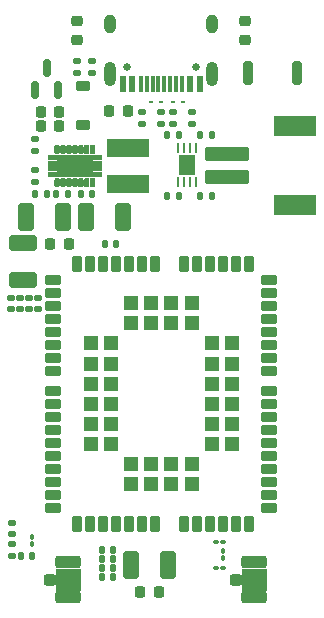
<source format=gbr>
%TF.GenerationSoftware,KiCad,Pcbnew,7.0.9*%
%TF.CreationDate,2024-08-31T07:55:38+08:00*%
%TF.ProjectId,IOT,494f542e-6b69-4636-9164-5f7063625858,rev?*%
%TF.SameCoordinates,Original*%
%TF.FileFunction,Soldermask,Top*%
%TF.FilePolarity,Negative*%
%FSLAX46Y46*%
G04 Gerber Fmt 4.6, Leading zero omitted, Abs format (unit mm)*
G04 Created by KiCad (PCBNEW 7.0.9) date 2024-08-31 07:55:38*
%MOMM*%
%LPD*%
G01*
G04 APERTURE LIST*
G04 Aperture macros list*
%AMRoundRect*
0 Rectangle with rounded corners*
0 $1 Rounding radius*
0 $2 $3 $4 $5 $6 $7 $8 $9 X,Y pos of 4 corners*
0 Add a 4 corners polygon primitive as box body*
4,1,4,$2,$3,$4,$5,$6,$7,$8,$9,$2,$3,0*
0 Add four circle primitives for the rounded corners*
1,1,$1+$1,$2,$3*
1,1,$1+$1,$4,$5*
1,1,$1+$1,$6,$7*
1,1,$1+$1,$8,$9*
0 Add four rect primitives between the rounded corners*
20,1,$1+$1,$2,$3,$4,$5,0*
20,1,$1+$1,$4,$5,$6,$7,0*
20,1,$1+$1,$6,$7,$8,$9,0*
20,1,$1+$1,$8,$9,$2,$3,0*%
G04 Aperture macros list end*
%ADD10C,0.010000*%
%ADD11RoundRect,0.225000X0.375000X-0.225000X0.375000X0.225000X-0.375000X0.225000X-0.375000X-0.225000X0*%
%ADD12RoundRect,0.140000X-0.170000X0.140000X-0.170000X-0.140000X0.170000X-0.140000X0.170000X0.140000X0*%
%ADD13RoundRect,0.135000X-0.135000X-0.185000X0.135000X-0.185000X0.135000X0.185000X-0.135000X0.185000X0*%
%ADD14RoundRect,0.250000X-0.275000X-0.250000X0.275000X-0.250000X0.275000X0.250000X-0.275000X0.250000X0*%
%ADD15RoundRect,0.250000X-0.850000X-0.275000X0.850000X-0.275000X0.850000X0.275000X-0.850000X0.275000X0*%
%ADD16RoundRect,0.100000X-0.100000X0.130000X-0.100000X-0.130000X0.100000X-0.130000X0.100000X0.130000X0*%
%ADD17RoundRect,0.218750X0.218750X0.256250X-0.218750X0.256250X-0.218750X-0.256250X0.218750X-0.256250X0*%
%ADD18RoundRect,0.135000X0.185000X-0.135000X0.185000X0.135000X-0.185000X0.135000X-0.185000X-0.135000X0*%
%ADD19RoundRect,0.100000X-0.130000X-0.100000X0.130000X-0.100000X0.130000X0.100000X-0.130000X0.100000X0*%
%ADD20RoundRect,0.225000X0.225000X0.250000X-0.225000X0.250000X-0.225000X-0.250000X0.225000X-0.250000X0*%
%ADD21RoundRect,0.250000X-0.412500X-0.925000X0.412500X-0.925000X0.412500X0.925000X-0.412500X0.925000X0*%
%ADD22RoundRect,0.140000X-0.140000X-0.170000X0.140000X-0.170000X0.140000X0.170000X-0.140000X0.170000X0*%
%ADD23RoundRect,0.250000X0.412500X0.925000X-0.412500X0.925000X-0.412500X-0.925000X0.412500X-0.925000X0*%
%ADD24RoundRect,0.140000X0.140000X0.170000X-0.140000X0.170000X-0.140000X-0.170000X0.140000X-0.170000X0*%
%ADD25RoundRect,0.250000X0.925000X-0.412500X0.925000X0.412500X-0.925000X0.412500X-0.925000X-0.412500X0*%
%ADD26RoundRect,0.062500X-0.117500X-0.062500X0.117500X-0.062500X0.117500X0.062500X-0.117500X0.062500X0*%
%ADD27RoundRect,0.135000X-0.185000X0.135000X-0.185000X-0.135000X0.185000X-0.135000X0.185000X0.135000X0*%
%ADD28RoundRect,0.135000X0.135000X0.185000X-0.135000X0.185000X-0.135000X-0.185000X0.135000X-0.185000X0*%
%ADD29RoundRect,0.062500X-0.062500X0.337500X-0.062500X-0.337500X0.062500X-0.337500X0.062500X0.337500X0*%
%ADD30R,1.400000X1.700000*%
%ADD31RoundRect,0.150000X0.150000X-0.587500X0.150000X0.587500X-0.150000X0.587500X-0.150000X-0.587500X0*%
%ADD32R,3.600000X1.500000*%
%ADD33RoundRect,0.147500X0.147500X0.172500X-0.147500X0.172500X-0.147500X-0.172500X0.147500X-0.172500X0*%
%ADD34RoundRect,0.147500X-0.172500X0.147500X-0.172500X-0.147500X0.172500X-0.147500X0.172500X0.147500X0*%
%ADD35RoundRect,0.062500X0.117500X0.062500X-0.117500X0.062500X-0.117500X-0.062500X0.117500X-0.062500X0*%
%ADD36RoundRect,0.200000X0.200000X0.800000X-0.200000X0.800000X-0.200000X-0.800000X0.200000X-0.800000X0*%
%ADD37C,0.650000*%
%ADD38R,0.600000X1.450000*%
%ADD39R,0.300000X1.450000*%
%ADD40O,1.000000X2.100000*%
%ADD41O,1.000000X1.600000*%
%ADD42RoundRect,0.102000X0.550000X0.350000X-0.550000X0.350000X-0.550000X-0.350000X0.550000X-0.350000X0*%
%ADD43RoundRect,0.102000X0.350000X0.550000X-0.350000X0.550000X-0.350000X-0.550000X0.350000X-0.550000X0*%
%ADD44RoundRect,0.102000X0.500000X0.500000X-0.500000X0.500000X-0.500000X-0.500000X0.500000X-0.500000X0*%
%ADD45RoundRect,0.218750X0.256250X-0.218750X0.256250X0.218750X-0.256250X0.218750X-0.256250X-0.218750X0*%
%ADD46RoundRect,0.102000X1.750000X-0.500000X1.750000X0.500000X-1.750000X0.500000X-1.750000X-0.500000X0*%
%ADD47RoundRect,0.102000X1.700000X-0.750000X1.700000X0.750000X-1.700000X0.750000X-1.700000X-0.750000X0*%
%ADD48RoundRect,0.140000X0.170000X-0.140000X0.170000X0.140000X-0.170000X0.140000X-0.170000X-0.140000X0*%
G04 APERTURE END LIST*
%TO.C,AE4*%
G36*
X170681000Y-98374000D02*
G01*
X172771000Y-98374000D01*
X172771000Y-100254000D01*
X170681000Y-100254000D01*
X170681000Y-98374000D01*
G37*
%TO.C,AE3*%
G36*
X154933000Y-98374000D02*
G01*
X157023000Y-98374000D01*
X157023000Y-100254000D01*
X154933000Y-100254000D01*
X154933000Y-98374000D01*
G37*
%TO.C,U2*%
D10*
X158734000Y-63734000D02*
X157959000Y-63734000D01*
X157959000Y-63854000D01*
X158734000Y-63854000D01*
X158734000Y-64194000D01*
X157959000Y-64194000D01*
X157959000Y-64314000D01*
X158734000Y-64314000D01*
X158734000Y-64654000D01*
X157959000Y-64654000D01*
X157959000Y-64774000D01*
X158734000Y-64774000D01*
X158734000Y-65114000D01*
X154194000Y-65114000D01*
X154194000Y-64774000D01*
X154969000Y-64774000D01*
X154969000Y-64654000D01*
X154194000Y-64654000D01*
X154194000Y-64314000D01*
X154969000Y-64314000D01*
X154969000Y-64194000D01*
X154194000Y-64194000D01*
X154194000Y-63854000D01*
X154969000Y-63854000D01*
X154969000Y-63734000D01*
X154194000Y-63734000D01*
X154194000Y-63394000D01*
X158734000Y-63394000D01*
X158734000Y-63734000D01*
G36*
X158734000Y-63734000D02*
G01*
X157959000Y-63734000D01*
X157959000Y-63854000D01*
X158734000Y-63854000D01*
X158734000Y-64194000D01*
X157959000Y-64194000D01*
X157959000Y-64314000D01*
X158734000Y-64314000D01*
X158734000Y-64654000D01*
X157959000Y-64654000D01*
X157959000Y-64774000D01*
X158734000Y-64774000D01*
X158734000Y-65114000D01*
X154194000Y-65114000D01*
X154194000Y-64774000D01*
X154969000Y-64774000D01*
X154969000Y-64654000D01*
X154194000Y-64654000D01*
X154194000Y-64314000D01*
X154969000Y-64314000D01*
X154969000Y-64194000D01*
X154194000Y-64194000D01*
X154194000Y-63854000D01*
X154969000Y-63854000D01*
X154969000Y-63734000D01*
X154194000Y-63734000D01*
X154194000Y-63394000D01*
X158734000Y-63394000D01*
X158734000Y-63734000D01*
G37*
X154984000Y-65285000D02*
X154994000Y-65286000D01*
X155004000Y-65288000D01*
X155013000Y-65290000D01*
X155023000Y-65293000D01*
X155032000Y-65297000D01*
X155041000Y-65300000D01*
X155050000Y-65305000D01*
X155059000Y-65309000D01*
X155067000Y-65315000D01*
X155076000Y-65320000D01*
X155084000Y-65326000D01*
X155091000Y-65333000D01*
X155098000Y-65340000D01*
X155105000Y-65347000D01*
X155112000Y-65354000D01*
X155118000Y-65362000D01*
X155123000Y-65371000D01*
X155129000Y-65379000D01*
X155133000Y-65388000D01*
X155138000Y-65397000D01*
X155141000Y-65406000D01*
X155145000Y-65415000D01*
X155148000Y-65425000D01*
X155150000Y-65434000D01*
X155152000Y-65444000D01*
X155153000Y-65454000D01*
X155154000Y-65464000D01*
X155154000Y-65474000D01*
X155154000Y-65834000D01*
X155154000Y-65844000D01*
X155153000Y-65854000D01*
X155152000Y-65864000D01*
X155150000Y-65874000D01*
X155148000Y-65883000D01*
X155145000Y-65893000D01*
X155141000Y-65902000D01*
X155138000Y-65911000D01*
X155133000Y-65920000D01*
X155129000Y-65929000D01*
X155123000Y-65937000D01*
X155118000Y-65946000D01*
X155112000Y-65954000D01*
X155105000Y-65961000D01*
X155098000Y-65968000D01*
X155091000Y-65975000D01*
X155084000Y-65982000D01*
X155076000Y-65988000D01*
X155067000Y-65993000D01*
X155059000Y-65999000D01*
X155050000Y-66003000D01*
X155041000Y-66008000D01*
X155032000Y-66011000D01*
X155023000Y-66015000D01*
X155013000Y-66018000D01*
X155004000Y-66020000D01*
X154994000Y-66022000D01*
X154984000Y-66023000D01*
X154974000Y-66024000D01*
X154964000Y-66024000D01*
X154954000Y-66024000D01*
X154944000Y-66023000D01*
X154934000Y-66022000D01*
X154924000Y-66020000D01*
X154915000Y-66018000D01*
X154905000Y-66015000D01*
X154896000Y-66011000D01*
X154887000Y-66008000D01*
X154878000Y-66003000D01*
X154869000Y-65999000D01*
X154861000Y-65993000D01*
X154852000Y-65988000D01*
X154844000Y-65982000D01*
X154837000Y-65975000D01*
X154830000Y-65968000D01*
X154823000Y-65961000D01*
X154816000Y-65954000D01*
X154810000Y-65946000D01*
X154805000Y-65937000D01*
X154799000Y-65929000D01*
X154795000Y-65920000D01*
X154790000Y-65911000D01*
X154787000Y-65902000D01*
X154783000Y-65893000D01*
X154780000Y-65883000D01*
X154778000Y-65874000D01*
X154776000Y-65864000D01*
X154775000Y-65854000D01*
X154774000Y-65844000D01*
X154774000Y-65834000D01*
X154774000Y-65474000D01*
X154774000Y-65464000D01*
X154775000Y-65454000D01*
X154776000Y-65444000D01*
X154778000Y-65434000D01*
X154780000Y-65425000D01*
X154783000Y-65415000D01*
X154787000Y-65406000D01*
X154790000Y-65397000D01*
X154795000Y-65388000D01*
X154799000Y-65379000D01*
X154805000Y-65371000D01*
X154810000Y-65362000D01*
X154816000Y-65354000D01*
X154823000Y-65347000D01*
X154830000Y-65340000D01*
X154837000Y-65333000D01*
X154844000Y-65326000D01*
X154852000Y-65320000D01*
X154861000Y-65315000D01*
X154869000Y-65309000D01*
X154878000Y-65305000D01*
X154887000Y-65300000D01*
X154896000Y-65297000D01*
X154905000Y-65293000D01*
X154915000Y-65290000D01*
X154924000Y-65288000D01*
X154934000Y-65286000D01*
X154944000Y-65285000D01*
X154954000Y-65284000D01*
X154964000Y-65284000D01*
X154974000Y-65284000D01*
X154984000Y-65285000D01*
G36*
X154984000Y-65285000D02*
G01*
X154994000Y-65286000D01*
X155004000Y-65288000D01*
X155013000Y-65290000D01*
X155023000Y-65293000D01*
X155032000Y-65297000D01*
X155041000Y-65300000D01*
X155050000Y-65305000D01*
X155059000Y-65309000D01*
X155067000Y-65315000D01*
X155076000Y-65320000D01*
X155084000Y-65326000D01*
X155091000Y-65333000D01*
X155098000Y-65340000D01*
X155105000Y-65347000D01*
X155112000Y-65354000D01*
X155118000Y-65362000D01*
X155123000Y-65371000D01*
X155129000Y-65379000D01*
X155133000Y-65388000D01*
X155138000Y-65397000D01*
X155141000Y-65406000D01*
X155145000Y-65415000D01*
X155148000Y-65425000D01*
X155150000Y-65434000D01*
X155152000Y-65444000D01*
X155153000Y-65454000D01*
X155154000Y-65464000D01*
X155154000Y-65474000D01*
X155154000Y-65834000D01*
X155154000Y-65844000D01*
X155153000Y-65854000D01*
X155152000Y-65864000D01*
X155150000Y-65874000D01*
X155148000Y-65883000D01*
X155145000Y-65893000D01*
X155141000Y-65902000D01*
X155138000Y-65911000D01*
X155133000Y-65920000D01*
X155129000Y-65929000D01*
X155123000Y-65937000D01*
X155118000Y-65946000D01*
X155112000Y-65954000D01*
X155105000Y-65961000D01*
X155098000Y-65968000D01*
X155091000Y-65975000D01*
X155084000Y-65982000D01*
X155076000Y-65988000D01*
X155067000Y-65993000D01*
X155059000Y-65999000D01*
X155050000Y-66003000D01*
X155041000Y-66008000D01*
X155032000Y-66011000D01*
X155023000Y-66015000D01*
X155013000Y-66018000D01*
X155004000Y-66020000D01*
X154994000Y-66022000D01*
X154984000Y-66023000D01*
X154974000Y-66024000D01*
X154964000Y-66024000D01*
X154954000Y-66024000D01*
X154944000Y-66023000D01*
X154934000Y-66022000D01*
X154924000Y-66020000D01*
X154915000Y-66018000D01*
X154905000Y-66015000D01*
X154896000Y-66011000D01*
X154887000Y-66008000D01*
X154878000Y-66003000D01*
X154869000Y-65999000D01*
X154861000Y-65993000D01*
X154852000Y-65988000D01*
X154844000Y-65982000D01*
X154837000Y-65975000D01*
X154830000Y-65968000D01*
X154823000Y-65961000D01*
X154816000Y-65954000D01*
X154810000Y-65946000D01*
X154805000Y-65937000D01*
X154799000Y-65929000D01*
X154795000Y-65920000D01*
X154790000Y-65911000D01*
X154787000Y-65902000D01*
X154783000Y-65893000D01*
X154780000Y-65883000D01*
X154778000Y-65874000D01*
X154776000Y-65864000D01*
X154775000Y-65854000D01*
X154774000Y-65844000D01*
X154774000Y-65834000D01*
X154774000Y-65474000D01*
X154774000Y-65464000D01*
X154775000Y-65454000D01*
X154776000Y-65444000D01*
X154778000Y-65434000D01*
X154780000Y-65425000D01*
X154783000Y-65415000D01*
X154787000Y-65406000D01*
X154790000Y-65397000D01*
X154795000Y-65388000D01*
X154799000Y-65379000D01*
X154805000Y-65371000D01*
X154810000Y-65362000D01*
X154816000Y-65354000D01*
X154823000Y-65347000D01*
X154830000Y-65340000D01*
X154837000Y-65333000D01*
X154844000Y-65326000D01*
X154852000Y-65320000D01*
X154861000Y-65315000D01*
X154869000Y-65309000D01*
X154878000Y-65305000D01*
X154887000Y-65300000D01*
X154896000Y-65297000D01*
X154905000Y-65293000D01*
X154915000Y-65290000D01*
X154924000Y-65288000D01*
X154934000Y-65286000D01*
X154944000Y-65285000D01*
X154954000Y-65284000D01*
X154964000Y-65284000D01*
X154974000Y-65284000D01*
X154984000Y-65285000D01*
G37*
X155484000Y-65285000D02*
X155494000Y-65286000D01*
X155504000Y-65288000D01*
X155513000Y-65290000D01*
X155523000Y-65293000D01*
X155532000Y-65297000D01*
X155541000Y-65300000D01*
X155550000Y-65305000D01*
X155559000Y-65309000D01*
X155567000Y-65315000D01*
X155576000Y-65320000D01*
X155584000Y-65326000D01*
X155591000Y-65333000D01*
X155598000Y-65340000D01*
X155605000Y-65347000D01*
X155612000Y-65354000D01*
X155618000Y-65362000D01*
X155623000Y-65371000D01*
X155629000Y-65379000D01*
X155633000Y-65388000D01*
X155638000Y-65397000D01*
X155641000Y-65406000D01*
X155645000Y-65415000D01*
X155648000Y-65425000D01*
X155650000Y-65434000D01*
X155652000Y-65444000D01*
X155653000Y-65454000D01*
X155654000Y-65464000D01*
X155654000Y-65474000D01*
X155654000Y-65834000D01*
X155654000Y-65844000D01*
X155653000Y-65854000D01*
X155652000Y-65864000D01*
X155650000Y-65874000D01*
X155648000Y-65883000D01*
X155645000Y-65893000D01*
X155641000Y-65902000D01*
X155638000Y-65911000D01*
X155633000Y-65920000D01*
X155629000Y-65929000D01*
X155623000Y-65937000D01*
X155618000Y-65946000D01*
X155612000Y-65954000D01*
X155605000Y-65961000D01*
X155598000Y-65968000D01*
X155591000Y-65975000D01*
X155584000Y-65982000D01*
X155576000Y-65988000D01*
X155567000Y-65993000D01*
X155559000Y-65999000D01*
X155550000Y-66003000D01*
X155541000Y-66008000D01*
X155532000Y-66011000D01*
X155523000Y-66015000D01*
X155513000Y-66018000D01*
X155504000Y-66020000D01*
X155494000Y-66022000D01*
X155484000Y-66023000D01*
X155474000Y-66024000D01*
X155464000Y-66024000D01*
X155454000Y-66024000D01*
X155444000Y-66023000D01*
X155434000Y-66022000D01*
X155424000Y-66020000D01*
X155415000Y-66018000D01*
X155405000Y-66015000D01*
X155396000Y-66011000D01*
X155387000Y-66008000D01*
X155378000Y-66003000D01*
X155369000Y-65999000D01*
X155361000Y-65993000D01*
X155352000Y-65988000D01*
X155344000Y-65982000D01*
X155337000Y-65975000D01*
X155330000Y-65968000D01*
X155323000Y-65961000D01*
X155316000Y-65954000D01*
X155310000Y-65946000D01*
X155305000Y-65937000D01*
X155299000Y-65929000D01*
X155295000Y-65920000D01*
X155290000Y-65911000D01*
X155287000Y-65902000D01*
X155283000Y-65893000D01*
X155280000Y-65883000D01*
X155278000Y-65874000D01*
X155276000Y-65864000D01*
X155275000Y-65854000D01*
X155274000Y-65844000D01*
X155274000Y-65834000D01*
X155274000Y-65474000D01*
X155274000Y-65464000D01*
X155275000Y-65454000D01*
X155276000Y-65444000D01*
X155278000Y-65434000D01*
X155280000Y-65425000D01*
X155283000Y-65415000D01*
X155287000Y-65406000D01*
X155290000Y-65397000D01*
X155295000Y-65388000D01*
X155299000Y-65379000D01*
X155305000Y-65371000D01*
X155310000Y-65362000D01*
X155316000Y-65354000D01*
X155323000Y-65347000D01*
X155330000Y-65340000D01*
X155337000Y-65333000D01*
X155344000Y-65326000D01*
X155352000Y-65320000D01*
X155361000Y-65315000D01*
X155369000Y-65309000D01*
X155378000Y-65305000D01*
X155387000Y-65300000D01*
X155396000Y-65297000D01*
X155405000Y-65293000D01*
X155415000Y-65290000D01*
X155424000Y-65288000D01*
X155434000Y-65286000D01*
X155444000Y-65285000D01*
X155454000Y-65284000D01*
X155464000Y-65284000D01*
X155474000Y-65284000D01*
X155484000Y-65285000D01*
G36*
X155484000Y-65285000D02*
G01*
X155494000Y-65286000D01*
X155504000Y-65288000D01*
X155513000Y-65290000D01*
X155523000Y-65293000D01*
X155532000Y-65297000D01*
X155541000Y-65300000D01*
X155550000Y-65305000D01*
X155559000Y-65309000D01*
X155567000Y-65315000D01*
X155576000Y-65320000D01*
X155584000Y-65326000D01*
X155591000Y-65333000D01*
X155598000Y-65340000D01*
X155605000Y-65347000D01*
X155612000Y-65354000D01*
X155618000Y-65362000D01*
X155623000Y-65371000D01*
X155629000Y-65379000D01*
X155633000Y-65388000D01*
X155638000Y-65397000D01*
X155641000Y-65406000D01*
X155645000Y-65415000D01*
X155648000Y-65425000D01*
X155650000Y-65434000D01*
X155652000Y-65444000D01*
X155653000Y-65454000D01*
X155654000Y-65464000D01*
X155654000Y-65474000D01*
X155654000Y-65834000D01*
X155654000Y-65844000D01*
X155653000Y-65854000D01*
X155652000Y-65864000D01*
X155650000Y-65874000D01*
X155648000Y-65883000D01*
X155645000Y-65893000D01*
X155641000Y-65902000D01*
X155638000Y-65911000D01*
X155633000Y-65920000D01*
X155629000Y-65929000D01*
X155623000Y-65937000D01*
X155618000Y-65946000D01*
X155612000Y-65954000D01*
X155605000Y-65961000D01*
X155598000Y-65968000D01*
X155591000Y-65975000D01*
X155584000Y-65982000D01*
X155576000Y-65988000D01*
X155567000Y-65993000D01*
X155559000Y-65999000D01*
X155550000Y-66003000D01*
X155541000Y-66008000D01*
X155532000Y-66011000D01*
X155523000Y-66015000D01*
X155513000Y-66018000D01*
X155504000Y-66020000D01*
X155494000Y-66022000D01*
X155484000Y-66023000D01*
X155474000Y-66024000D01*
X155464000Y-66024000D01*
X155454000Y-66024000D01*
X155444000Y-66023000D01*
X155434000Y-66022000D01*
X155424000Y-66020000D01*
X155415000Y-66018000D01*
X155405000Y-66015000D01*
X155396000Y-66011000D01*
X155387000Y-66008000D01*
X155378000Y-66003000D01*
X155369000Y-65999000D01*
X155361000Y-65993000D01*
X155352000Y-65988000D01*
X155344000Y-65982000D01*
X155337000Y-65975000D01*
X155330000Y-65968000D01*
X155323000Y-65961000D01*
X155316000Y-65954000D01*
X155310000Y-65946000D01*
X155305000Y-65937000D01*
X155299000Y-65929000D01*
X155295000Y-65920000D01*
X155290000Y-65911000D01*
X155287000Y-65902000D01*
X155283000Y-65893000D01*
X155280000Y-65883000D01*
X155278000Y-65874000D01*
X155276000Y-65864000D01*
X155275000Y-65854000D01*
X155274000Y-65844000D01*
X155274000Y-65834000D01*
X155274000Y-65474000D01*
X155274000Y-65464000D01*
X155275000Y-65454000D01*
X155276000Y-65444000D01*
X155278000Y-65434000D01*
X155280000Y-65425000D01*
X155283000Y-65415000D01*
X155287000Y-65406000D01*
X155290000Y-65397000D01*
X155295000Y-65388000D01*
X155299000Y-65379000D01*
X155305000Y-65371000D01*
X155310000Y-65362000D01*
X155316000Y-65354000D01*
X155323000Y-65347000D01*
X155330000Y-65340000D01*
X155337000Y-65333000D01*
X155344000Y-65326000D01*
X155352000Y-65320000D01*
X155361000Y-65315000D01*
X155369000Y-65309000D01*
X155378000Y-65305000D01*
X155387000Y-65300000D01*
X155396000Y-65297000D01*
X155405000Y-65293000D01*
X155415000Y-65290000D01*
X155424000Y-65288000D01*
X155434000Y-65286000D01*
X155444000Y-65285000D01*
X155454000Y-65284000D01*
X155464000Y-65284000D01*
X155474000Y-65284000D01*
X155484000Y-65285000D01*
G37*
X155984000Y-65285000D02*
X155994000Y-65286000D01*
X156004000Y-65288000D01*
X156013000Y-65290000D01*
X156023000Y-65293000D01*
X156032000Y-65297000D01*
X156041000Y-65300000D01*
X156050000Y-65305000D01*
X156059000Y-65309000D01*
X156067000Y-65315000D01*
X156076000Y-65320000D01*
X156084000Y-65326000D01*
X156091000Y-65333000D01*
X156098000Y-65340000D01*
X156105000Y-65347000D01*
X156112000Y-65354000D01*
X156118000Y-65362000D01*
X156123000Y-65371000D01*
X156129000Y-65379000D01*
X156133000Y-65388000D01*
X156138000Y-65397000D01*
X156141000Y-65406000D01*
X156145000Y-65415000D01*
X156148000Y-65425000D01*
X156150000Y-65434000D01*
X156152000Y-65444000D01*
X156153000Y-65454000D01*
X156154000Y-65464000D01*
X156154000Y-65474000D01*
X156154000Y-65834000D01*
X156154000Y-65844000D01*
X156153000Y-65854000D01*
X156152000Y-65864000D01*
X156150000Y-65874000D01*
X156148000Y-65883000D01*
X156145000Y-65893000D01*
X156141000Y-65902000D01*
X156138000Y-65911000D01*
X156133000Y-65920000D01*
X156129000Y-65929000D01*
X156123000Y-65937000D01*
X156118000Y-65946000D01*
X156112000Y-65954000D01*
X156105000Y-65961000D01*
X156098000Y-65968000D01*
X156091000Y-65975000D01*
X156084000Y-65982000D01*
X156076000Y-65988000D01*
X156067000Y-65993000D01*
X156059000Y-65999000D01*
X156050000Y-66003000D01*
X156041000Y-66008000D01*
X156032000Y-66011000D01*
X156023000Y-66015000D01*
X156013000Y-66018000D01*
X156004000Y-66020000D01*
X155994000Y-66022000D01*
X155984000Y-66023000D01*
X155974000Y-66024000D01*
X155964000Y-66024000D01*
X155954000Y-66024000D01*
X155944000Y-66023000D01*
X155934000Y-66022000D01*
X155924000Y-66020000D01*
X155915000Y-66018000D01*
X155905000Y-66015000D01*
X155896000Y-66011000D01*
X155887000Y-66008000D01*
X155878000Y-66003000D01*
X155869000Y-65999000D01*
X155861000Y-65993000D01*
X155852000Y-65988000D01*
X155844000Y-65982000D01*
X155837000Y-65975000D01*
X155830000Y-65968000D01*
X155823000Y-65961000D01*
X155816000Y-65954000D01*
X155810000Y-65946000D01*
X155805000Y-65937000D01*
X155799000Y-65929000D01*
X155795000Y-65920000D01*
X155790000Y-65911000D01*
X155787000Y-65902000D01*
X155783000Y-65893000D01*
X155780000Y-65883000D01*
X155778000Y-65874000D01*
X155776000Y-65864000D01*
X155775000Y-65854000D01*
X155774000Y-65844000D01*
X155774000Y-65834000D01*
X155774000Y-65474000D01*
X155774000Y-65464000D01*
X155775000Y-65454000D01*
X155776000Y-65444000D01*
X155778000Y-65434000D01*
X155780000Y-65425000D01*
X155783000Y-65415000D01*
X155787000Y-65406000D01*
X155790000Y-65397000D01*
X155795000Y-65388000D01*
X155799000Y-65379000D01*
X155805000Y-65371000D01*
X155810000Y-65362000D01*
X155816000Y-65354000D01*
X155823000Y-65347000D01*
X155830000Y-65340000D01*
X155837000Y-65333000D01*
X155844000Y-65326000D01*
X155852000Y-65320000D01*
X155861000Y-65315000D01*
X155869000Y-65309000D01*
X155878000Y-65305000D01*
X155887000Y-65300000D01*
X155896000Y-65297000D01*
X155905000Y-65293000D01*
X155915000Y-65290000D01*
X155924000Y-65288000D01*
X155934000Y-65286000D01*
X155944000Y-65285000D01*
X155954000Y-65284000D01*
X155964000Y-65284000D01*
X155974000Y-65284000D01*
X155984000Y-65285000D01*
G36*
X155984000Y-65285000D02*
G01*
X155994000Y-65286000D01*
X156004000Y-65288000D01*
X156013000Y-65290000D01*
X156023000Y-65293000D01*
X156032000Y-65297000D01*
X156041000Y-65300000D01*
X156050000Y-65305000D01*
X156059000Y-65309000D01*
X156067000Y-65315000D01*
X156076000Y-65320000D01*
X156084000Y-65326000D01*
X156091000Y-65333000D01*
X156098000Y-65340000D01*
X156105000Y-65347000D01*
X156112000Y-65354000D01*
X156118000Y-65362000D01*
X156123000Y-65371000D01*
X156129000Y-65379000D01*
X156133000Y-65388000D01*
X156138000Y-65397000D01*
X156141000Y-65406000D01*
X156145000Y-65415000D01*
X156148000Y-65425000D01*
X156150000Y-65434000D01*
X156152000Y-65444000D01*
X156153000Y-65454000D01*
X156154000Y-65464000D01*
X156154000Y-65474000D01*
X156154000Y-65834000D01*
X156154000Y-65844000D01*
X156153000Y-65854000D01*
X156152000Y-65864000D01*
X156150000Y-65874000D01*
X156148000Y-65883000D01*
X156145000Y-65893000D01*
X156141000Y-65902000D01*
X156138000Y-65911000D01*
X156133000Y-65920000D01*
X156129000Y-65929000D01*
X156123000Y-65937000D01*
X156118000Y-65946000D01*
X156112000Y-65954000D01*
X156105000Y-65961000D01*
X156098000Y-65968000D01*
X156091000Y-65975000D01*
X156084000Y-65982000D01*
X156076000Y-65988000D01*
X156067000Y-65993000D01*
X156059000Y-65999000D01*
X156050000Y-66003000D01*
X156041000Y-66008000D01*
X156032000Y-66011000D01*
X156023000Y-66015000D01*
X156013000Y-66018000D01*
X156004000Y-66020000D01*
X155994000Y-66022000D01*
X155984000Y-66023000D01*
X155974000Y-66024000D01*
X155964000Y-66024000D01*
X155954000Y-66024000D01*
X155944000Y-66023000D01*
X155934000Y-66022000D01*
X155924000Y-66020000D01*
X155915000Y-66018000D01*
X155905000Y-66015000D01*
X155896000Y-66011000D01*
X155887000Y-66008000D01*
X155878000Y-66003000D01*
X155869000Y-65999000D01*
X155861000Y-65993000D01*
X155852000Y-65988000D01*
X155844000Y-65982000D01*
X155837000Y-65975000D01*
X155830000Y-65968000D01*
X155823000Y-65961000D01*
X155816000Y-65954000D01*
X155810000Y-65946000D01*
X155805000Y-65937000D01*
X155799000Y-65929000D01*
X155795000Y-65920000D01*
X155790000Y-65911000D01*
X155787000Y-65902000D01*
X155783000Y-65893000D01*
X155780000Y-65883000D01*
X155778000Y-65874000D01*
X155776000Y-65864000D01*
X155775000Y-65854000D01*
X155774000Y-65844000D01*
X155774000Y-65834000D01*
X155774000Y-65474000D01*
X155774000Y-65464000D01*
X155775000Y-65454000D01*
X155776000Y-65444000D01*
X155778000Y-65434000D01*
X155780000Y-65425000D01*
X155783000Y-65415000D01*
X155787000Y-65406000D01*
X155790000Y-65397000D01*
X155795000Y-65388000D01*
X155799000Y-65379000D01*
X155805000Y-65371000D01*
X155810000Y-65362000D01*
X155816000Y-65354000D01*
X155823000Y-65347000D01*
X155830000Y-65340000D01*
X155837000Y-65333000D01*
X155844000Y-65326000D01*
X155852000Y-65320000D01*
X155861000Y-65315000D01*
X155869000Y-65309000D01*
X155878000Y-65305000D01*
X155887000Y-65300000D01*
X155896000Y-65297000D01*
X155905000Y-65293000D01*
X155915000Y-65290000D01*
X155924000Y-65288000D01*
X155934000Y-65286000D01*
X155944000Y-65285000D01*
X155954000Y-65284000D01*
X155964000Y-65284000D01*
X155974000Y-65284000D01*
X155984000Y-65285000D01*
G37*
X156484000Y-65285000D02*
X156494000Y-65286000D01*
X156504000Y-65288000D01*
X156513000Y-65290000D01*
X156523000Y-65293000D01*
X156532000Y-65297000D01*
X156541000Y-65300000D01*
X156550000Y-65305000D01*
X156559000Y-65309000D01*
X156567000Y-65315000D01*
X156576000Y-65320000D01*
X156584000Y-65326000D01*
X156591000Y-65333000D01*
X156598000Y-65340000D01*
X156605000Y-65347000D01*
X156612000Y-65354000D01*
X156618000Y-65362000D01*
X156623000Y-65371000D01*
X156629000Y-65379000D01*
X156633000Y-65388000D01*
X156638000Y-65397000D01*
X156641000Y-65406000D01*
X156645000Y-65415000D01*
X156648000Y-65425000D01*
X156650000Y-65434000D01*
X156652000Y-65444000D01*
X156653000Y-65454000D01*
X156654000Y-65464000D01*
X156654000Y-65474000D01*
X156654000Y-65834000D01*
X156654000Y-65844000D01*
X156653000Y-65854000D01*
X156652000Y-65864000D01*
X156650000Y-65874000D01*
X156648000Y-65883000D01*
X156645000Y-65893000D01*
X156641000Y-65902000D01*
X156638000Y-65911000D01*
X156633000Y-65920000D01*
X156629000Y-65929000D01*
X156623000Y-65937000D01*
X156618000Y-65946000D01*
X156612000Y-65954000D01*
X156605000Y-65961000D01*
X156598000Y-65968000D01*
X156591000Y-65975000D01*
X156584000Y-65982000D01*
X156576000Y-65988000D01*
X156567000Y-65993000D01*
X156559000Y-65999000D01*
X156550000Y-66003000D01*
X156541000Y-66008000D01*
X156532000Y-66011000D01*
X156523000Y-66015000D01*
X156513000Y-66018000D01*
X156504000Y-66020000D01*
X156494000Y-66022000D01*
X156484000Y-66023000D01*
X156474000Y-66024000D01*
X156464000Y-66024000D01*
X156454000Y-66024000D01*
X156444000Y-66023000D01*
X156434000Y-66022000D01*
X156424000Y-66020000D01*
X156415000Y-66018000D01*
X156405000Y-66015000D01*
X156396000Y-66011000D01*
X156387000Y-66008000D01*
X156378000Y-66003000D01*
X156369000Y-65999000D01*
X156361000Y-65993000D01*
X156352000Y-65988000D01*
X156344000Y-65982000D01*
X156337000Y-65975000D01*
X156330000Y-65968000D01*
X156323000Y-65961000D01*
X156316000Y-65954000D01*
X156310000Y-65946000D01*
X156305000Y-65937000D01*
X156299000Y-65929000D01*
X156295000Y-65920000D01*
X156290000Y-65911000D01*
X156287000Y-65902000D01*
X156283000Y-65893000D01*
X156280000Y-65883000D01*
X156278000Y-65874000D01*
X156276000Y-65864000D01*
X156275000Y-65854000D01*
X156274000Y-65844000D01*
X156274000Y-65834000D01*
X156274000Y-65474000D01*
X156274000Y-65464000D01*
X156275000Y-65454000D01*
X156276000Y-65444000D01*
X156278000Y-65434000D01*
X156280000Y-65425000D01*
X156283000Y-65415000D01*
X156287000Y-65406000D01*
X156290000Y-65397000D01*
X156295000Y-65388000D01*
X156299000Y-65379000D01*
X156305000Y-65371000D01*
X156310000Y-65362000D01*
X156316000Y-65354000D01*
X156323000Y-65347000D01*
X156330000Y-65340000D01*
X156337000Y-65333000D01*
X156344000Y-65326000D01*
X156352000Y-65320000D01*
X156361000Y-65315000D01*
X156369000Y-65309000D01*
X156378000Y-65305000D01*
X156387000Y-65300000D01*
X156396000Y-65297000D01*
X156405000Y-65293000D01*
X156415000Y-65290000D01*
X156424000Y-65288000D01*
X156434000Y-65286000D01*
X156444000Y-65285000D01*
X156454000Y-65284000D01*
X156464000Y-65284000D01*
X156474000Y-65284000D01*
X156484000Y-65285000D01*
G36*
X156484000Y-65285000D02*
G01*
X156494000Y-65286000D01*
X156504000Y-65288000D01*
X156513000Y-65290000D01*
X156523000Y-65293000D01*
X156532000Y-65297000D01*
X156541000Y-65300000D01*
X156550000Y-65305000D01*
X156559000Y-65309000D01*
X156567000Y-65315000D01*
X156576000Y-65320000D01*
X156584000Y-65326000D01*
X156591000Y-65333000D01*
X156598000Y-65340000D01*
X156605000Y-65347000D01*
X156612000Y-65354000D01*
X156618000Y-65362000D01*
X156623000Y-65371000D01*
X156629000Y-65379000D01*
X156633000Y-65388000D01*
X156638000Y-65397000D01*
X156641000Y-65406000D01*
X156645000Y-65415000D01*
X156648000Y-65425000D01*
X156650000Y-65434000D01*
X156652000Y-65444000D01*
X156653000Y-65454000D01*
X156654000Y-65464000D01*
X156654000Y-65474000D01*
X156654000Y-65834000D01*
X156654000Y-65844000D01*
X156653000Y-65854000D01*
X156652000Y-65864000D01*
X156650000Y-65874000D01*
X156648000Y-65883000D01*
X156645000Y-65893000D01*
X156641000Y-65902000D01*
X156638000Y-65911000D01*
X156633000Y-65920000D01*
X156629000Y-65929000D01*
X156623000Y-65937000D01*
X156618000Y-65946000D01*
X156612000Y-65954000D01*
X156605000Y-65961000D01*
X156598000Y-65968000D01*
X156591000Y-65975000D01*
X156584000Y-65982000D01*
X156576000Y-65988000D01*
X156567000Y-65993000D01*
X156559000Y-65999000D01*
X156550000Y-66003000D01*
X156541000Y-66008000D01*
X156532000Y-66011000D01*
X156523000Y-66015000D01*
X156513000Y-66018000D01*
X156504000Y-66020000D01*
X156494000Y-66022000D01*
X156484000Y-66023000D01*
X156474000Y-66024000D01*
X156464000Y-66024000D01*
X156454000Y-66024000D01*
X156444000Y-66023000D01*
X156434000Y-66022000D01*
X156424000Y-66020000D01*
X156415000Y-66018000D01*
X156405000Y-66015000D01*
X156396000Y-66011000D01*
X156387000Y-66008000D01*
X156378000Y-66003000D01*
X156369000Y-65999000D01*
X156361000Y-65993000D01*
X156352000Y-65988000D01*
X156344000Y-65982000D01*
X156337000Y-65975000D01*
X156330000Y-65968000D01*
X156323000Y-65961000D01*
X156316000Y-65954000D01*
X156310000Y-65946000D01*
X156305000Y-65937000D01*
X156299000Y-65929000D01*
X156295000Y-65920000D01*
X156290000Y-65911000D01*
X156287000Y-65902000D01*
X156283000Y-65893000D01*
X156280000Y-65883000D01*
X156278000Y-65874000D01*
X156276000Y-65864000D01*
X156275000Y-65854000D01*
X156274000Y-65844000D01*
X156274000Y-65834000D01*
X156274000Y-65474000D01*
X156274000Y-65464000D01*
X156275000Y-65454000D01*
X156276000Y-65444000D01*
X156278000Y-65434000D01*
X156280000Y-65425000D01*
X156283000Y-65415000D01*
X156287000Y-65406000D01*
X156290000Y-65397000D01*
X156295000Y-65388000D01*
X156299000Y-65379000D01*
X156305000Y-65371000D01*
X156310000Y-65362000D01*
X156316000Y-65354000D01*
X156323000Y-65347000D01*
X156330000Y-65340000D01*
X156337000Y-65333000D01*
X156344000Y-65326000D01*
X156352000Y-65320000D01*
X156361000Y-65315000D01*
X156369000Y-65309000D01*
X156378000Y-65305000D01*
X156387000Y-65300000D01*
X156396000Y-65297000D01*
X156405000Y-65293000D01*
X156415000Y-65290000D01*
X156424000Y-65288000D01*
X156434000Y-65286000D01*
X156444000Y-65285000D01*
X156454000Y-65284000D01*
X156464000Y-65284000D01*
X156474000Y-65284000D01*
X156484000Y-65285000D01*
G37*
X156984000Y-65285000D02*
X156994000Y-65286000D01*
X157004000Y-65288000D01*
X157013000Y-65290000D01*
X157023000Y-65293000D01*
X157032000Y-65297000D01*
X157041000Y-65300000D01*
X157050000Y-65305000D01*
X157059000Y-65309000D01*
X157067000Y-65315000D01*
X157076000Y-65320000D01*
X157084000Y-65326000D01*
X157091000Y-65333000D01*
X157098000Y-65340000D01*
X157105000Y-65347000D01*
X157112000Y-65354000D01*
X157118000Y-65362000D01*
X157123000Y-65371000D01*
X157129000Y-65379000D01*
X157133000Y-65388000D01*
X157138000Y-65397000D01*
X157141000Y-65406000D01*
X157145000Y-65415000D01*
X157148000Y-65425000D01*
X157150000Y-65434000D01*
X157152000Y-65444000D01*
X157153000Y-65454000D01*
X157154000Y-65464000D01*
X157154000Y-65474000D01*
X157154000Y-65834000D01*
X157154000Y-65844000D01*
X157153000Y-65854000D01*
X157152000Y-65864000D01*
X157150000Y-65874000D01*
X157148000Y-65883000D01*
X157145000Y-65893000D01*
X157141000Y-65902000D01*
X157138000Y-65911000D01*
X157133000Y-65920000D01*
X157129000Y-65929000D01*
X157123000Y-65937000D01*
X157118000Y-65946000D01*
X157112000Y-65954000D01*
X157105000Y-65961000D01*
X157098000Y-65968000D01*
X157091000Y-65975000D01*
X157084000Y-65982000D01*
X157076000Y-65988000D01*
X157067000Y-65993000D01*
X157059000Y-65999000D01*
X157050000Y-66003000D01*
X157041000Y-66008000D01*
X157032000Y-66011000D01*
X157023000Y-66015000D01*
X157013000Y-66018000D01*
X157004000Y-66020000D01*
X156994000Y-66022000D01*
X156984000Y-66023000D01*
X156974000Y-66024000D01*
X156964000Y-66024000D01*
X156954000Y-66024000D01*
X156944000Y-66023000D01*
X156934000Y-66022000D01*
X156924000Y-66020000D01*
X156915000Y-66018000D01*
X156905000Y-66015000D01*
X156896000Y-66011000D01*
X156887000Y-66008000D01*
X156878000Y-66003000D01*
X156869000Y-65999000D01*
X156861000Y-65993000D01*
X156852000Y-65988000D01*
X156844000Y-65982000D01*
X156837000Y-65975000D01*
X156830000Y-65968000D01*
X156823000Y-65961000D01*
X156816000Y-65954000D01*
X156810000Y-65946000D01*
X156805000Y-65937000D01*
X156799000Y-65929000D01*
X156795000Y-65920000D01*
X156790000Y-65911000D01*
X156787000Y-65902000D01*
X156783000Y-65893000D01*
X156780000Y-65883000D01*
X156778000Y-65874000D01*
X156776000Y-65864000D01*
X156775000Y-65854000D01*
X156774000Y-65844000D01*
X156774000Y-65834000D01*
X156774000Y-65474000D01*
X156774000Y-65464000D01*
X156775000Y-65454000D01*
X156776000Y-65444000D01*
X156778000Y-65434000D01*
X156780000Y-65425000D01*
X156783000Y-65415000D01*
X156787000Y-65406000D01*
X156790000Y-65397000D01*
X156795000Y-65388000D01*
X156799000Y-65379000D01*
X156805000Y-65371000D01*
X156810000Y-65362000D01*
X156816000Y-65354000D01*
X156823000Y-65347000D01*
X156830000Y-65340000D01*
X156837000Y-65333000D01*
X156844000Y-65326000D01*
X156852000Y-65320000D01*
X156861000Y-65315000D01*
X156869000Y-65309000D01*
X156878000Y-65305000D01*
X156887000Y-65300000D01*
X156896000Y-65297000D01*
X156905000Y-65293000D01*
X156915000Y-65290000D01*
X156924000Y-65288000D01*
X156934000Y-65286000D01*
X156944000Y-65285000D01*
X156954000Y-65284000D01*
X156964000Y-65284000D01*
X156974000Y-65284000D01*
X156984000Y-65285000D01*
G36*
X156984000Y-65285000D02*
G01*
X156994000Y-65286000D01*
X157004000Y-65288000D01*
X157013000Y-65290000D01*
X157023000Y-65293000D01*
X157032000Y-65297000D01*
X157041000Y-65300000D01*
X157050000Y-65305000D01*
X157059000Y-65309000D01*
X157067000Y-65315000D01*
X157076000Y-65320000D01*
X157084000Y-65326000D01*
X157091000Y-65333000D01*
X157098000Y-65340000D01*
X157105000Y-65347000D01*
X157112000Y-65354000D01*
X157118000Y-65362000D01*
X157123000Y-65371000D01*
X157129000Y-65379000D01*
X157133000Y-65388000D01*
X157138000Y-65397000D01*
X157141000Y-65406000D01*
X157145000Y-65415000D01*
X157148000Y-65425000D01*
X157150000Y-65434000D01*
X157152000Y-65444000D01*
X157153000Y-65454000D01*
X157154000Y-65464000D01*
X157154000Y-65474000D01*
X157154000Y-65834000D01*
X157154000Y-65844000D01*
X157153000Y-65854000D01*
X157152000Y-65864000D01*
X157150000Y-65874000D01*
X157148000Y-65883000D01*
X157145000Y-65893000D01*
X157141000Y-65902000D01*
X157138000Y-65911000D01*
X157133000Y-65920000D01*
X157129000Y-65929000D01*
X157123000Y-65937000D01*
X157118000Y-65946000D01*
X157112000Y-65954000D01*
X157105000Y-65961000D01*
X157098000Y-65968000D01*
X157091000Y-65975000D01*
X157084000Y-65982000D01*
X157076000Y-65988000D01*
X157067000Y-65993000D01*
X157059000Y-65999000D01*
X157050000Y-66003000D01*
X157041000Y-66008000D01*
X157032000Y-66011000D01*
X157023000Y-66015000D01*
X157013000Y-66018000D01*
X157004000Y-66020000D01*
X156994000Y-66022000D01*
X156984000Y-66023000D01*
X156974000Y-66024000D01*
X156964000Y-66024000D01*
X156954000Y-66024000D01*
X156944000Y-66023000D01*
X156934000Y-66022000D01*
X156924000Y-66020000D01*
X156915000Y-66018000D01*
X156905000Y-66015000D01*
X156896000Y-66011000D01*
X156887000Y-66008000D01*
X156878000Y-66003000D01*
X156869000Y-65999000D01*
X156861000Y-65993000D01*
X156852000Y-65988000D01*
X156844000Y-65982000D01*
X156837000Y-65975000D01*
X156830000Y-65968000D01*
X156823000Y-65961000D01*
X156816000Y-65954000D01*
X156810000Y-65946000D01*
X156805000Y-65937000D01*
X156799000Y-65929000D01*
X156795000Y-65920000D01*
X156790000Y-65911000D01*
X156787000Y-65902000D01*
X156783000Y-65893000D01*
X156780000Y-65883000D01*
X156778000Y-65874000D01*
X156776000Y-65864000D01*
X156775000Y-65854000D01*
X156774000Y-65844000D01*
X156774000Y-65834000D01*
X156774000Y-65474000D01*
X156774000Y-65464000D01*
X156775000Y-65454000D01*
X156776000Y-65444000D01*
X156778000Y-65434000D01*
X156780000Y-65425000D01*
X156783000Y-65415000D01*
X156787000Y-65406000D01*
X156790000Y-65397000D01*
X156795000Y-65388000D01*
X156799000Y-65379000D01*
X156805000Y-65371000D01*
X156810000Y-65362000D01*
X156816000Y-65354000D01*
X156823000Y-65347000D01*
X156830000Y-65340000D01*
X156837000Y-65333000D01*
X156844000Y-65326000D01*
X156852000Y-65320000D01*
X156861000Y-65315000D01*
X156869000Y-65309000D01*
X156878000Y-65305000D01*
X156887000Y-65300000D01*
X156896000Y-65297000D01*
X156905000Y-65293000D01*
X156915000Y-65290000D01*
X156924000Y-65288000D01*
X156934000Y-65286000D01*
X156944000Y-65285000D01*
X156954000Y-65284000D01*
X156964000Y-65284000D01*
X156974000Y-65284000D01*
X156984000Y-65285000D01*
G37*
X157484000Y-65285000D02*
X157494000Y-65286000D01*
X157504000Y-65288000D01*
X157513000Y-65290000D01*
X157523000Y-65293000D01*
X157532000Y-65297000D01*
X157541000Y-65300000D01*
X157550000Y-65305000D01*
X157559000Y-65309000D01*
X157567000Y-65315000D01*
X157576000Y-65320000D01*
X157584000Y-65326000D01*
X157591000Y-65333000D01*
X157598000Y-65340000D01*
X157605000Y-65347000D01*
X157612000Y-65354000D01*
X157618000Y-65362000D01*
X157623000Y-65371000D01*
X157629000Y-65379000D01*
X157633000Y-65388000D01*
X157638000Y-65397000D01*
X157641000Y-65406000D01*
X157645000Y-65415000D01*
X157648000Y-65425000D01*
X157650000Y-65434000D01*
X157652000Y-65444000D01*
X157653000Y-65454000D01*
X157654000Y-65464000D01*
X157654000Y-65474000D01*
X157654000Y-65834000D01*
X157654000Y-65844000D01*
X157653000Y-65854000D01*
X157652000Y-65864000D01*
X157650000Y-65874000D01*
X157648000Y-65883000D01*
X157645000Y-65893000D01*
X157641000Y-65902000D01*
X157638000Y-65911000D01*
X157633000Y-65920000D01*
X157629000Y-65929000D01*
X157623000Y-65937000D01*
X157618000Y-65946000D01*
X157612000Y-65954000D01*
X157605000Y-65961000D01*
X157598000Y-65968000D01*
X157591000Y-65975000D01*
X157584000Y-65982000D01*
X157576000Y-65988000D01*
X157567000Y-65993000D01*
X157559000Y-65999000D01*
X157550000Y-66003000D01*
X157541000Y-66008000D01*
X157532000Y-66011000D01*
X157523000Y-66015000D01*
X157513000Y-66018000D01*
X157504000Y-66020000D01*
X157494000Y-66022000D01*
X157484000Y-66023000D01*
X157474000Y-66024000D01*
X157464000Y-66024000D01*
X157454000Y-66024000D01*
X157444000Y-66023000D01*
X157434000Y-66022000D01*
X157424000Y-66020000D01*
X157415000Y-66018000D01*
X157405000Y-66015000D01*
X157396000Y-66011000D01*
X157387000Y-66008000D01*
X157378000Y-66003000D01*
X157369000Y-65999000D01*
X157361000Y-65993000D01*
X157352000Y-65988000D01*
X157344000Y-65982000D01*
X157337000Y-65975000D01*
X157330000Y-65968000D01*
X157323000Y-65961000D01*
X157316000Y-65954000D01*
X157310000Y-65946000D01*
X157305000Y-65937000D01*
X157299000Y-65929000D01*
X157295000Y-65920000D01*
X157290000Y-65911000D01*
X157287000Y-65902000D01*
X157283000Y-65893000D01*
X157280000Y-65883000D01*
X157278000Y-65874000D01*
X157276000Y-65864000D01*
X157275000Y-65854000D01*
X157274000Y-65844000D01*
X157274000Y-65834000D01*
X157274000Y-65474000D01*
X157274000Y-65464000D01*
X157275000Y-65454000D01*
X157276000Y-65444000D01*
X157278000Y-65434000D01*
X157280000Y-65425000D01*
X157283000Y-65415000D01*
X157287000Y-65406000D01*
X157290000Y-65397000D01*
X157295000Y-65388000D01*
X157299000Y-65379000D01*
X157305000Y-65371000D01*
X157310000Y-65362000D01*
X157316000Y-65354000D01*
X157323000Y-65347000D01*
X157330000Y-65340000D01*
X157337000Y-65333000D01*
X157344000Y-65326000D01*
X157352000Y-65320000D01*
X157361000Y-65315000D01*
X157369000Y-65309000D01*
X157378000Y-65305000D01*
X157387000Y-65300000D01*
X157396000Y-65297000D01*
X157405000Y-65293000D01*
X157415000Y-65290000D01*
X157424000Y-65288000D01*
X157434000Y-65286000D01*
X157444000Y-65285000D01*
X157454000Y-65284000D01*
X157464000Y-65284000D01*
X157474000Y-65284000D01*
X157484000Y-65285000D01*
G36*
X157484000Y-65285000D02*
G01*
X157494000Y-65286000D01*
X157504000Y-65288000D01*
X157513000Y-65290000D01*
X157523000Y-65293000D01*
X157532000Y-65297000D01*
X157541000Y-65300000D01*
X157550000Y-65305000D01*
X157559000Y-65309000D01*
X157567000Y-65315000D01*
X157576000Y-65320000D01*
X157584000Y-65326000D01*
X157591000Y-65333000D01*
X157598000Y-65340000D01*
X157605000Y-65347000D01*
X157612000Y-65354000D01*
X157618000Y-65362000D01*
X157623000Y-65371000D01*
X157629000Y-65379000D01*
X157633000Y-65388000D01*
X157638000Y-65397000D01*
X157641000Y-65406000D01*
X157645000Y-65415000D01*
X157648000Y-65425000D01*
X157650000Y-65434000D01*
X157652000Y-65444000D01*
X157653000Y-65454000D01*
X157654000Y-65464000D01*
X157654000Y-65474000D01*
X157654000Y-65834000D01*
X157654000Y-65844000D01*
X157653000Y-65854000D01*
X157652000Y-65864000D01*
X157650000Y-65874000D01*
X157648000Y-65883000D01*
X157645000Y-65893000D01*
X157641000Y-65902000D01*
X157638000Y-65911000D01*
X157633000Y-65920000D01*
X157629000Y-65929000D01*
X157623000Y-65937000D01*
X157618000Y-65946000D01*
X157612000Y-65954000D01*
X157605000Y-65961000D01*
X157598000Y-65968000D01*
X157591000Y-65975000D01*
X157584000Y-65982000D01*
X157576000Y-65988000D01*
X157567000Y-65993000D01*
X157559000Y-65999000D01*
X157550000Y-66003000D01*
X157541000Y-66008000D01*
X157532000Y-66011000D01*
X157523000Y-66015000D01*
X157513000Y-66018000D01*
X157504000Y-66020000D01*
X157494000Y-66022000D01*
X157484000Y-66023000D01*
X157474000Y-66024000D01*
X157464000Y-66024000D01*
X157454000Y-66024000D01*
X157444000Y-66023000D01*
X157434000Y-66022000D01*
X157424000Y-66020000D01*
X157415000Y-66018000D01*
X157405000Y-66015000D01*
X157396000Y-66011000D01*
X157387000Y-66008000D01*
X157378000Y-66003000D01*
X157369000Y-65999000D01*
X157361000Y-65993000D01*
X157352000Y-65988000D01*
X157344000Y-65982000D01*
X157337000Y-65975000D01*
X157330000Y-65968000D01*
X157323000Y-65961000D01*
X157316000Y-65954000D01*
X157310000Y-65946000D01*
X157305000Y-65937000D01*
X157299000Y-65929000D01*
X157295000Y-65920000D01*
X157290000Y-65911000D01*
X157287000Y-65902000D01*
X157283000Y-65893000D01*
X157280000Y-65883000D01*
X157278000Y-65874000D01*
X157276000Y-65864000D01*
X157275000Y-65854000D01*
X157274000Y-65844000D01*
X157274000Y-65834000D01*
X157274000Y-65474000D01*
X157274000Y-65464000D01*
X157275000Y-65454000D01*
X157276000Y-65444000D01*
X157278000Y-65434000D01*
X157280000Y-65425000D01*
X157283000Y-65415000D01*
X157287000Y-65406000D01*
X157290000Y-65397000D01*
X157295000Y-65388000D01*
X157299000Y-65379000D01*
X157305000Y-65371000D01*
X157310000Y-65362000D01*
X157316000Y-65354000D01*
X157323000Y-65347000D01*
X157330000Y-65340000D01*
X157337000Y-65333000D01*
X157344000Y-65326000D01*
X157352000Y-65320000D01*
X157361000Y-65315000D01*
X157369000Y-65309000D01*
X157378000Y-65305000D01*
X157387000Y-65300000D01*
X157396000Y-65297000D01*
X157405000Y-65293000D01*
X157415000Y-65290000D01*
X157424000Y-65288000D01*
X157434000Y-65286000D01*
X157444000Y-65285000D01*
X157454000Y-65284000D01*
X157464000Y-65284000D01*
X157474000Y-65284000D01*
X157484000Y-65285000D01*
G37*
X157984000Y-65285000D02*
X157994000Y-65286000D01*
X158004000Y-65288000D01*
X158013000Y-65290000D01*
X158023000Y-65293000D01*
X158032000Y-65297000D01*
X158041000Y-65300000D01*
X158050000Y-65305000D01*
X158059000Y-65309000D01*
X158067000Y-65315000D01*
X158076000Y-65320000D01*
X158084000Y-65326000D01*
X158091000Y-65333000D01*
X158098000Y-65340000D01*
X158105000Y-65347000D01*
X158112000Y-65354000D01*
X158118000Y-65362000D01*
X158123000Y-65371000D01*
X158129000Y-65379000D01*
X158133000Y-65388000D01*
X158138000Y-65397000D01*
X158141000Y-65406000D01*
X158145000Y-65415000D01*
X158148000Y-65425000D01*
X158150000Y-65434000D01*
X158152000Y-65444000D01*
X158153000Y-65454000D01*
X158154000Y-65464000D01*
X158154000Y-65474000D01*
X158154000Y-65834000D01*
X158154000Y-65844000D01*
X158153000Y-65854000D01*
X158152000Y-65864000D01*
X158150000Y-65874000D01*
X158148000Y-65883000D01*
X158145000Y-65893000D01*
X158141000Y-65902000D01*
X158138000Y-65911000D01*
X158133000Y-65920000D01*
X158129000Y-65929000D01*
X158123000Y-65937000D01*
X158118000Y-65946000D01*
X158112000Y-65954000D01*
X158105000Y-65961000D01*
X158098000Y-65968000D01*
X158091000Y-65975000D01*
X158084000Y-65982000D01*
X158076000Y-65988000D01*
X158067000Y-65993000D01*
X158059000Y-65999000D01*
X158050000Y-66003000D01*
X158041000Y-66008000D01*
X158032000Y-66011000D01*
X158023000Y-66015000D01*
X158013000Y-66018000D01*
X158004000Y-66020000D01*
X157994000Y-66022000D01*
X157984000Y-66023000D01*
X157974000Y-66024000D01*
X157964000Y-66024000D01*
X157954000Y-66024000D01*
X157944000Y-66023000D01*
X157934000Y-66022000D01*
X157924000Y-66020000D01*
X157915000Y-66018000D01*
X157905000Y-66015000D01*
X157896000Y-66011000D01*
X157887000Y-66008000D01*
X157878000Y-66003000D01*
X157869000Y-65999000D01*
X157861000Y-65993000D01*
X157852000Y-65988000D01*
X157844000Y-65982000D01*
X157837000Y-65975000D01*
X157830000Y-65968000D01*
X157823000Y-65961000D01*
X157816000Y-65954000D01*
X157810000Y-65946000D01*
X157805000Y-65937000D01*
X157799000Y-65929000D01*
X157795000Y-65920000D01*
X157790000Y-65911000D01*
X157787000Y-65902000D01*
X157783000Y-65893000D01*
X157780000Y-65883000D01*
X157778000Y-65874000D01*
X157776000Y-65864000D01*
X157775000Y-65854000D01*
X157774000Y-65844000D01*
X157774000Y-65834000D01*
X157774000Y-65474000D01*
X157774000Y-65464000D01*
X157775000Y-65454000D01*
X157776000Y-65444000D01*
X157778000Y-65434000D01*
X157780000Y-65425000D01*
X157783000Y-65415000D01*
X157787000Y-65406000D01*
X157790000Y-65397000D01*
X157795000Y-65388000D01*
X157799000Y-65379000D01*
X157805000Y-65371000D01*
X157810000Y-65362000D01*
X157816000Y-65354000D01*
X157823000Y-65347000D01*
X157830000Y-65340000D01*
X157837000Y-65333000D01*
X157844000Y-65326000D01*
X157852000Y-65320000D01*
X157861000Y-65315000D01*
X157869000Y-65309000D01*
X157878000Y-65305000D01*
X157887000Y-65300000D01*
X157896000Y-65297000D01*
X157905000Y-65293000D01*
X157915000Y-65290000D01*
X157924000Y-65288000D01*
X157934000Y-65286000D01*
X157944000Y-65285000D01*
X157954000Y-65284000D01*
X157964000Y-65284000D01*
X157974000Y-65284000D01*
X157984000Y-65285000D01*
G36*
X157984000Y-65285000D02*
G01*
X157994000Y-65286000D01*
X158004000Y-65288000D01*
X158013000Y-65290000D01*
X158023000Y-65293000D01*
X158032000Y-65297000D01*
X158041000Y-65300000D01*
X158050000Y-65305000D01*
X158059000Y-65309000D01*
X158067000Y-65315000D01*
X158076000Y-65320000D01*
X158084000Y-65326000D01*
X158091000Y-65333000D01*
X158098000Y-65340000D01*
X158105000Y-65347000D01*
X158112000Y-65354000D01*
X158118000Y-65362000D01*
X158123000Y-65371000D01*
X158129000Y-65379000D01*
X158133000Y-65388000D01*
X158138000Y-65397000D01*
X158141000Y-65406000D01*
X158145000Y-65415000D01*
X158148000Y-65425000D01*
X158150000Y-65434000D01*
X158152000Y-65444000D01*
X158153000Y-65454000D01*
X158154000Y-65464000D01*
X158154000Y-65474000D01*
X158154000Y-65834000D01*
X158154000Y-65844000D01*
X158153000Y-65854000D01*
X158152000Y-65864000D01*
X158150000Y-65874000D01*
X158148000Y-65883000D01*
X158145000Y-65893000D01*
X158141000Y-65902000D01*
X158138000Y-65911000D01*
X158133000Y-65920000D01*
X158129000Y-65929000D01*
X158123000Y-65937000D01*
X158118000Y-65946000D01*
X158112000Y-65954000D01*
X158105000Y-65961000D01*
X158098000Y-65968000D01*
X158091000Y-65975000D01*
X158084000Y-65982000D01*
X158076000Y-65988000D01*
X158067000Y-65993000D01*
X158059000Y-65999000D01*
X158050000Y-66003000D01*
X158041000Y-66008000D01*
X158032000Y-66011000D01*
X158023000Y-66015000D01*
X158013000Y-66018000D01*
X158004000Y-66020000D01*
X157994000Y-66022000D01*
X157984000Y-66023000D01*
X157974000Y-66024000D01*
X157964000Y-66024000D01*
X157954000Y-66024000D01*
X157944000Y-66023000D01*
X157934000Y-66022000D01*
X157924000Y-66020000D01*
X157915000Y-66018000D01*
X157905000Y-66015000D01*
X157896000Y-66011000D01*
X157887000Y-66008000D01*
X157878000Y-66003000D01*
X157869000Y-65999000D01*
X157861000Y-65993000D01*
X157852000Y-65988000D01*
X157844000Y-65982000D01*
X157837000Y-65975000D01*
X157830000Y-65968000D01*
X157823000Y-65961000D01*
X157816000Y-65954000D01*
X157810000Y-65946000D01*
X157805000Y-65937000D01*
X157799000Y-65929000D01*
X157795000Y-65920000D01*
X157790000Y-65911000D01*
X157787000Y-65902000D01*
X157783000Y-65893000D01*
X157780000Y-65883000D01*
X157778000Y-65874000D01*
X157776000Y-65864000D01*
X157775000Y-65854000D01*
X157774000Y-65844000D01*
X157774000Y-65834000D01*
X157774000Y-65474000D01*
X157774000Y-65464000D01*
X157775000Y-65454000D01*
X157776000Y-65444000D01*
X157778000Y-65434000D01*
X157780000Y-65425000D01*
X157783000Y-65415000D01*
X157787000Y-65406000D01*
X157790000Y-65397000D01*
X157795000Y-65388000D01*
X157799000Y-65379000D01*
X157805000Y-65371000D01*
X157810000Y-65362000D01*
X157816000Y-65354000D01*
X157823000Y-65347000D01*
X157830000Y-65340000D01*
X157837000Y-65333000D01*
X157844000Y-65326000D01*
X157852000Y-65320000D01*
X157861000Y-65315000D01*
X157869000Y-65309000D01*
X157878000Y-65305000D01*
X157887000Y-65300000D01*
X157896000Y-65297000D01*
X157905000Y-65293000D01*
X157915000Y-65290000D01*
X157924000Y-65288000D01*
X157934000Y-65286000D01*
X157944000Y-65285000D01*
X157954000Y-65284000D01*
X157964000Y-65284000D01*
X157974000Y-65284000D01*
X157984000Y-65285000D01*
G37*
X154984000Y-62485000D02*
X154994000Y-62486000D01*
X155004000Y-62488000D01*
X155013000Y-62490000D01*
X155023000Y-62493000D01*
X155032000Y-62497000D01*
X155041000Y-62500000D01*
X155050000Y-62505000D01*
X155059000Y-62509000D01*
X155067000Y-62515000D01*
X155076000Y-62520000D01*
X155084000Y-62526000D01*
X155091000Y-62533000D01*
X155098000Y-62540000D01*
X155105000Y-62547000D01*
X155112000Y-62554000D01*
X155118000Y-62562000D01*
X155123000Y-62571000D01*
X155129000Y-62579000D01*
X155133000Y-62588000D01*
X155138000Y-62597000D01*
X155141000Y-62606000D01*
X155145000Y-62615000D01*
X155148000Y-62625000D01*
X155150000Y-62634000D01*
X155152000Y-62644000D01*
X155153000Y-62654000D01*
X155154000Y-62664000D01*
X155154000Y-62674000D01*
X155154000Y-63034000D01*
X155154000Y-63044000D01*
X155153000Y-63054000D01*
X155152000Y-63064000D01*
X155150000Y-63074000D01*
X155148000Y-63083000D01*
X155145000Y-63093000D01*
X155141000Y-63102000D01*
X155138000Y-63111000D01*
X155133000Y-63120000D01*
X155129000Y-63129000D01*
X155123000Y-63137000D01*
X155118000Y-63146000D01*
X155112000Y-63154000D01*
X155105000Y-63161000D01*
X155098000Y-63168000D01*
X155091000Y-63175000D01*
X155084000Y-63182000D01*
X155076000Y-63188000D01*
X155067000Y-63193000D01*
X155059000Y-63199000D01*
X155050000Y-63203000D01*
X155041000Y-63208000D01*
X155032000Y-63211000D01*
X155023000Y-63215000D01*
X155013000Y-63218000D01*
X155004000Y-63220000D01*
X154994000Y-63222000D01*
X154984000Y-63223000D01*
X154974000Y-63224000D01*
X154964000Y-63224000D01*
X154954000Y-63224000D01*
X154944000Y-63223000D01*
X154934000Y-63222000D01*
X154924000Y-63220000D01*
X154915000Y-63218000D01*
X154905000Y-63215000D01*
X154896000Y-63211000D01*
X154887000Y-63208000D01*
X154878000Y-63203000D01*
X154869000Y-63199000D01*
X154861000Y-63193000D01*
X154852000Y-63188000D01*
X154844000Y-63182000D01*
X154837000Y-63175000D01*
X154830000Y-63168000D01*
X154823000Y-63161000D01*
X154816000Y-63154000D01*
X154810000Y-63146000D01*
X154805000Y-63137000D01*
X154799000Y-63129000D01*
X154795000Y-63120000D01*
X154790000Y-63111000D01*
X154787000Y-63102000D01*
X154783000Y-63093000D01*
X154780000Y-63083000D01*
X154778000Y-63074000D01*
X154776000Y-63064000D01*
X154775000Y-63054000D01*
X154774000Y-63044000D01*
X154774000Y-63034000D01*
X154774000Y-62674000D01*
X154774000Y-62664000D01*
X154775000Y-62654000D01*
X154776000Y-62644000D01*
X154778000Y-62634000D01*
X154780000Y-62625000D01*
X154783000Y-62615000D01*
X154787000Y-62606000D01*
X154790000Y-62597000D01*
X154795000Y-62588000D01*
X154799000Y-62579000D01*
X154805000Y-62571000D01*
X154810000Y-62562000D01*
X154816000Y-62554000D01*
X154823000Y-62547000D01*
X154830000Y-62540000D01*
X154837000Y-62533000D01*
X154844000Y-62526000D01*
X154852000Y-62520000D01*
X154861000Y-62515000D01*
X154869000Y-62509000D01*
X154878000Y-62505000D01*
X154887000Y-62500000D01*
X154896000Y-62497000D01*
X154905000Y-62493000D01*
X154915000Y-62490000D01*
X154924000Y-62488000D01*
X154934000Y-62486000D01*
X154944000Y-62485000D01*
X154954000Y-62484000D01*
X154964000Y-62484000D01*
X154974000Y-62484000D01*
X154984000Y-62485000D01*
G36*
X154984000Y-62485000D02*
G01*
X154994000Y-62486000D01*
X155004000Y-62488000D01*
X155013000Y-62490000D01*
X155023000Y-62493000D01*
X155032000Y-62497000D01*
X155041000Y-62500000D01*
X155050000Y-62505000D01*
X155059000Y-62509000D01*
X155067000Y-62515000D01*
X155076000Y-62520000D01*
X155084000Y-62526000D01*
X155091000Y-62533000D01*
X155098000Y-62540000D01*
X155105000Y-62547000D01*
X155112000Y-62554000D01*
X155118000Y-62562000D01*
X155123000Y-62571000D01*
X155129000Y-62579000D01*
X155133000Y-62588000D01*
X155138000Y-62597000D01*
X155141000Y-62606000D01*
X155145000Y-62615000D01*
X155148000Y-62625000D01*
X155150000Y-62634000D01*
X155152000Y-62644000D01*
X155153000Y-62654000D01*
X155154000Y-62664000D01*
X155154000Y-62674000D01*
X155154000Y-63034000D01*
X155154000Y-63044000D01*
X155153000Y-63054000D01*
X155152000Y-63064000D01*
X155150000Y-63074000D01*
X155148000Y-63083000D01*
X155145000Y-63093000D01*
X155141000Y-63102000D01*
X155138000Y-63111000D01*
X155133000Y-63120000D01*
X155129000Y-63129000D01*
X155123000Y-63137000D01*
X155118000Y-63146000D01*
X155112000Y-63154000D01*
X155105000Y-63161000D01*
X155098000Y-63168000D01*
X155091000Y-63175000D01*
X155084000Y-63182000D01*
X155076000Y-63188000D01*
X155067000Y-63193000D01*
X155059000Y-63199000D01*
X155050000Y-63203000D01*
X155041000Y-63208000D01*
X155032000Y-63211000D01*
X155023000Y-63215000D01*
X155013000Y-63218000D01*
X155004000Y-63220000D01*
X154994000Y-63222000D01*
X154984000Y-63223000D01*
X154974000Y-63224000D01*
X154964000Y-63224000D01*
X154954000Y-63224000D01*
X154944000Y-63223000D01*
X154934000Y-63222000D01*
X154924000Y-63220000D01*
X154915000Y-63218000D01*
X154905000Y-63215000D01*
X154896000Y-63211000D01*
X154887000Y-63208000D01*
X154878000Y-63203000D01*
X154869000Y-63199000D01*
X154861000Y-63193000D01*
X154852000Y-63188000D01*
X154844000Y-63182000D01*
X154837000Y-63175000D01*
X154830000Y-63168000D01*
X154823000Y-63161000D01*
X154816000Y-63154000D01*
X154810000Y-63146000D01*
X154805000Y-63137000D01*
X154799000Y-63129000D01*
X154795000Y-63120000D01*
X154790000Y-63111000D01*
X154787000Y-63102000D01*
X154783000Y-63093000D01*
X154780000Y-63083000D01*
X154778000Y-63074000D01*
X154776000Y-63064000D01*
X154775000Y-63054000D01*
X154774000Y-63044000D01*
X154774000Y-63034000D01*
X154774000Y-62674000D01*
X154774000Y-62664000D01*
X154775000Y-62654000D01*
X154776000Y-62644000D01*
X154778000Y-62634000D01*
X154780000Y-62625000D01*
X154783000Y-62615000D01*
X154787000Y-62606000D01*
X154790000Y-62597000D01*
X154795000Y-62588000D01*
X154799000Y-62579000D01*
X154805000Y-62571000D01*
X154810000Y-62562000D01*
X154816000Y-62554000D01*
X154823000Y-62547000D01*
X154830000Y-62540000D01*
X154837000Y-62533000D01*
X154844000Y-62526000D01*
X154852000Y-62520000D01*
X154861000Y-62515000D01*
X154869000Y-62509000D01*
X154878000Y-62505000D01*
X154887000Y-62500000D01*
X154896000Y-62497000D01*
X154905000Y-62493000D01*
X154915000Y-62490000D01*
X154924000Y-62488000D01*
X154934000Y-62486000D01*
X154944000Y-62485000D01*
X154954000Y-62484000D01*
X154964000Y-62484000D01*
X154974000Y-62484000D01*
X154984000Y-62485000D01*
G37*
X155484000Y-62485000D02*
X155494000Y-62486000D01*
X155504000Y-62488000D01*
X155513000Y-62490000D01*
X155523000Y-62493000D01*
X155532000Y-62497000D01*
X155541000Y-62500000D01*
X155550000Y-62505000D01*
X155559000Y-62509000D01*
X155567000Y-62515000D01*
X155576000Y-62520000D01*
X155584000Y-62526000D01*
X155591000Y-62533000D01*
X155598000Y-62540000D01*
X155605000Y-62547000D01*
X155612000Y-62554000D01*
X155618000Y-62562000D01*
X155623000Y-62571000D01*
X155629000Y-62579000D01*
X155633000Y-62588000D01*
X155638000Y-62597000D01*
X155641000Y-62606000D01*
X155645000Y-62615000D01*
X155648000Y-62625000D01*
X155650000Y-62634000D01*
X155652000Y-62644000D01*
X155653000Y-62654000D01*
X155654000Y-62664000D01*
X155654000Y-62674000D01*
X155654000Y-63034000D01*
X155654000Y-63044000D01*
X155653000Y-63054000D01*
X155652000Y-63064000D01*
X155650000Y-63074000D01*
X155648000Y-63083000D01*
X155645000Y-63093000D01*
X155641000Y-63102000D01*
X155638000Y-63111000D01*
X155633000Y-63120000D01*
X155629000Y-63129000D01*
X155623000Y-63137000D01*
X155618000Y-63146000D01*
X155612000Y-63154000D01*
X155605000Y-63161000D01*
X155598000Y-63168000D01*
X155591000Y-63175000D01*
X155584000Y-63182000D01*
X155576000Y-63188000D01*
X155567000Y-63193000D01*
X155559000Y-63199000D01*
X155550000Y-63203000D01*
X155541000Y-63208000D01*
X155532000Y-63211000D01*
X155523000Y-63215000D01*
X155513000Y-63218000D01*
X155504000Y-63220000D01*
X155494000Y-63222000D01*
X155484000Y-63223000D01*
X155474000Y-63224000D01*
X155464000Y-63224000D01*
X155454000Y-63224000D01*
X155444000Y-63223000D01*
X155434000Y-63222000D01*
X155424000Y-63220000D01*
X155415000Y-63218000D01*
X155405000Y-63215000D01*
X155396000Y-63211000D01*
X155387000Y-63208000D01*
X155378000Y-63203000D01*
X155369000Y-63199000D01*
X155361000Y-63193000D01*
X155352000Y-63188000D01*
X155344000Y-63182000D01*
X155337000Y-63175000D01*
X155330000Y-63168000D01*
X155323000Y-63161000D01*
X155316000Y-63154000D01*
X155310000Y-63146000D01*
X155305000Y-63137000D01*
X155299000Y-63129000D01*
X155295000Y-63120000D01*
X155290000Y-63111000D01*
X155287000Y-63102000D01*
X155283000Y-63093000D01*
X155280000Y-63083000D01*
X155278000Y-63074000D01*
X155276000Y-63064000D01*
X155275000Y-63054000D01*
X155274000Y-63044000D01*
X155274000Y-63034000D01*
X155274000Y-62674000D01*
X155274000Y-62664000D01*
X155275000Y-62654000D01*
X155276000Y-62644000D01*
X155278000Y-62634000D01*
X155280000Y-62625000D01*
X155283000Y-62615000D01*
X155287000Y-62606000D01*
X155290000Y-62597000D01*
X155295000Y-62588000D01*
X155299000Y-62579000D01*
X155305000Y-62571000D01*
X155310000Y-62562000D01*
X155316000Y-62554000D01*
X155323000Y-62547000D01*
X155330000Y-62540000D01*
X155337000Y-62533000D01*
X155344000Y-62526000D01*
X155352000Y-62520000D01*
X155361000Y-62515000D01*
X155369000Y-62509000D01*
X155378000Y-62505000D01*
X155387000Y-62500000D01*
X155396000Y-62497000D01*
X155405000Y-62493000D01*
X155415000Y-62490000D01*
X155424000Y-62488000D01*
X155434000Y-62486000D01*
X155444000Y-62485000D01*
X155454000Y-62484000D01*
X155464000Y-62484000D01*
X155474000Y-62484000D01*
X155484000Y-62485000D01*
G36*
X155484000Y-62485000D02*
G01*
X155494000Y-62486000D01*
X155504000Y-62488000D01*
X155513000Y-62490000D01*
X155523000Y-62493000D01*
X155532000Y-62497000D01*
X155541000Y-62500000D01*
X155550000Y-62505000D01*
X155559000Y-62509000D01*
X155567000Y-62515000D01*
X155576000Y-62520000D01*
X155584000Y-62526000D01*
X155591000Y-62533000D01*
X155598000Y-62540000D01*
X155605000Y-62547000D01*
X155612000Y-62554000D01*
X155618000Y-62562000D01*
X155623000Y-62571000D01*
X155629000Y-62579000D01*
X155633000Y-62588000D01*
X155638000Y-62597000D01*
X155641000Y-62606000D01*
X155645000Y-62615000D01*
X155648000Y-62625000D01*
X155650000Y-62634000D01*
X155652000Y-62644000D01*
X155653000Y-62654000D01*
X155654000Y-62664000D01*
X155654000Y-62674000D01*
X155654000Y-63034000D01*
X155654000Y-63044000D01*
X155653000Y-63054000D01*
X155652000Y-63064000D01*
X155650000Y-63074000D01*
X155648000Y-63083000D01*
X155645000Y-63093000D01*
X155641000Y-63102000D01*
X155638000Y-63111000D01*
X155633000Y-63120000D01*
X155629000Y-63129000D01*
X155623000Y-63137000D01*
X155618000Y-63146000D01*
X155612000Y-63154000D01*
X155605000Y-63161000D01*
X155598000Y-63168000D01*
X155591000Y-63175000D01*
X155584000Y-63182000D01*
X155576000Y-63188000D01*
X155567000Y-63193000D01*
X155559000Y-63199000D01*
X155550000Y-63203000D01*
X155541000Y-63208000D01*
X155532000Y-63211000D01*
X155523000Y-63215000D01*
X155513000Y-63218000D01*
X155504000Y-63220000D01*
X155494000Y-63222000D01*
X155484000Y-63223000D01*
X155474000Y-63224000D01*
X155464000Y-63224000D01*
X155454000Y-63224000D01*
X155444000Y-63223000D01*
X155434000Y-63222000D01*
X155424000Y-63220000D01*
X155415000Y-63218000D01*
X155405000Y-63215000D01*
X155396000Y-63211000D01*
X155387000Y-63208000D01*
X155378000Y-63203000D01*
X155369000Y-63199000D01*
X155361000Y-63193000D01*
X155352000Y-63188000D01*
X155344000Y-63182000D01*
X155337000Y-63175000D01*
X155330000Y-63168000D01*
X155323000Y-63161000D01*
X155316000Y-63154000D01*
X155310000Y-63146000D01*
X155305000Y-63137000D01*
X155299000Y-63129000D01*
X155295000Y-63120000D01*
X155290000Y-63111000D01*
X155287000Y-63102000D01*
X155283000Y-63093000D01*
X155280000Y-63083000D01*
X155278000Y-63074000D01*
X155276000Y-63064000D01*
X155275000Y-63054000D01*
X155274000Y-63044000D01*
X155274000Y-63034000D01*
X155274000Y-62674000D01*
X155274000Y-62664000D01*
X155275000Y-62654000D01*
X155276000Y-62644000D01*
X155278000Y-62634000D01*
X155280000Y-62625000D01*
X155283000Y-62615000D01*
X155287000Y-62606000D01*
X155290000Y-62597000D01*
X155295000Y-62588000D01*
X155299000Y-62579000D01*
X155305000Y-62571000D01*
X155310000Y-62562000D01*
X155316000Y-62554000D01*
X155323000Y-62547000D01*
X155330000Y-62540000D01*
X155337000Y-62533000D01*
X155344000Y-62526000D01*
X155352000Y-62520000D01*
X155361000Y-62515000D01*
X155369000Y-62509000D01*
X155378000Y-62505000D01*
X155387000Y-62500000D01*
X155396000Y-62497000D01*
X155405000Y-62493000D01*
X155415000Y-62490000D01*
X155424000Y-62488000D01*
X155434000Y-62486000D01*
X155444000Y-62485000D01*
X155454000Y-62484000D01*
X155464000Y-62484000D01*
X155474000Y-62484000D01*
X155484000Y-62485000D01*
G37*
X155984000Y-62485000D02*
X155994000Y-62486000D01*
X156004000Y-62488000D01*
X156013000Y-62490000D01*
X156023000Y-62493000D01*
X156032000Y-62497000D01*
X156041000Y-62500000D01*
X156050000Y-62505000D01*
X156059000Y-62509000D01*
X156067000Y-62515000D01*
X156076000Y-62520000D01*
X156084000Y-62526000D01*
X156091000Y-62533000D01*
X156098000Y-62540000D01*
X156105000Y-62547000D01*
X156112000Y-62554000D01*
X156118000Y-62562000D01*
X156123000Y-62571000D01*
X156129000Y-62579000D01*
X156133000Y-62588000D01*
X156138000Y-62597000D01*
X156141000Y-62606000D01*
X156145000Y-62615000D01*
X156148000Y-62625000D01*
X156150000Y-62634000D01*
X156152000Y-62644000D01*
X156153000Y-62654000D01*
X156154000Y-62664000D01*
X156154000Y-62674000D01*
X156154000Y-63034000D01*
X156154000Y-63044000D01*
X156153000Y-63054000D01*
X156152000Y-63064000D01*
X156150000Y-63074000D01*
X156148000Y-63083000D01*
X156145000Y-63093000D01*
X156141000Y-63102000D01*
X156138000Y-63111000D01*
X156133000Y-63120000D01*
X156129000Y-63129000D01*
X156123000Y-63137000D01*
X156118000Y-63146000D01*
X156112000Y-63154000D01*
X156105000Y-63161000D01*
X156098000Y-63168000D01*
X156091000Y-63175000D01*
X156084000Y-63182000D01*
X156076000Y-63188000D01*
X156067000Y-63193000D01*
X156059000Y-63199000D01*
X156050000Y-63203000D01*
X156041000Y-63208000D01*
X156032000Y-63211000D01*
X156023000Y-63215000D01*
X156013000Y-63218000D01*
X156004000Y-63220000D01*
X155994000Y-63222000D01*
X155984000Y-63223000D01*
X155974000Y-63224000D01*
X155964000Y-63224000D01*
X155954000Y-63224000D01*
X155944000Y-63223000D01*
X155934000Y-63222000D01*
X155924000Y-63220000D01*
X155915000Y-63218000D01*
X155905000Y-63215000D01*
X155896000Y-63211000D01*
X155887000Y-63208000D01*
X155878000Y-63203000D01*
X155869000Y-63199000D01*
X155861000Y-63193000D01*
X155852000Y-63188000D01*
X155844000Y-63182000D01*
X155837000Y-63175000D01*
X155830000Y-63168000D01*
X155823000Y-63161000D01*
X155816000Y-63154000D01*
X155810000Y-63146000D01*
X155805000Y-63137000D01*
X155799000Y-63129000D01*
X155795000Y-63120000D01*
X155790000Y-63111000D01*
X155787000Y-63102000D01*
X155783000Y-63093000D01*
X155780000Y-63083000D01*
X155778000Y-63074000D01*
X155776000Y-63064000D01*
X155775000Y-63054000D01*
X155774000Y-63044000D01*
X155774000Y-63034000D01*
X155774000Y-62674000D01*
X155774000Y-62664000D01*
X155775000Y-62654000D01*
X155776000Y-62644000D01*
X155778000Y-62634000D01*
X155780000Y-62625000D01*
X155783000Y-62615000D01*
X155787000Y-62606000D01*
X155790000Y-62597000D01*
X155795000Y-62588000D01*
X155799000Y-62579000D01*
X155805000Y-62571000D01*
X155810000Y-62562000D01*
X155816000Y-62554000D01*
X155823000Y-62547000D01*
X155830000Y-62540000D01*
X155837000Y-62533000D01*
X155844000Y-62526000D01*
X155852000Y-62520000D01*
X155861000Y-62515000D01*
X155869000Y-62509000D01*
X155878000Y-62505000D01*
X155887000Y-62500000D01*
X155896000Y-62497000D01*
X155905000Y-62493000D01*
X155915000Y-62490000D01*
X155924000Y-62488000D01*
X155934000Y-62486000D01*
X155944000Y-62485000D01*
X155954000Y-62484000D01*
X155964000Y-62484000D01*
X155974000Y-62484000D01*
X155984000Y-62485000D01*
G36*
X155984000Y-62485000D02*
G01*
X155994000Y-62486000D01*
X156004000Y-62488000D01*
X156013000Y-62490000D01*
X156023000Y-62493000D01*
X156032000Y-62497000D01*
X156041000Y-62500000D01*
X156050000Y-62505000D01*
X156059000Y-62509000D01*
X156067000Y-62515000D01*
X156076000Y-62520000D01*
X156084000Y-62526000D01*
X156091000Y-62533000D01*
X156098000Y-62540000D01*
X156105000Y-62547000D01*
X156112000Y-62554000D01*
X156118000Y-62562000D01*
X156123000Y-62571000D01*
X156129000Y-62579000D01*
X156133000Y-62588000D01*
X156138000Y-62597000D01*
X156141000Y-62606000D01*
X156145000Y-62615000D01*
X156148000Y-62625000D01*
X156150000Y-62634000D01*
X156152000Y-62644000D01*
X156153000Y-62654000D01*
X156154000Y-62664000D01*
X156154000Y-62674000D01*
X156154000Y-63034000D01*
X156154000Y-63044000D01*
X156153000Y-63054000D01*
X156152000Y-63064000D01*
X156150000Y-63074000D01*
X156148000Y-63083000D01*
X156145000Y-63093000D01*
X156141000Y-63102000D01*
X156138000Y-63111000D01*
X156133000Y-63120000D01*
X156129000Y-63129000D01*
X156123000Y-63137000D01*
X156118000Y-63146000D01*
X156112000Y-63154000D01*
X156105000Y-63161000D01*
X156098000Y-63168000D01*
X156091000Y-63175000D01*
X156084000Y-63182000D01*
X156076000Y-63188000D01*
X156067000Y-63193000D01*
X156059000Y-63199000D01*
X156050000Y-63203000D01*
X156041000Y-63208000D01*
X156032000Y-63211000D01*
X156023000Y-63215000D01*
X156013000Y-63218000D01*
X156004000Y-63220000D01*
X155994000Y-63222000D01*
X155984000Y-63223000D01*
X155974000Y-63224000D01*
X155964000Y-63224000D01*
X155954000Y-63224000D01*
X155944000Y-63223000D01*
X155934000Y-63222000D01*
X155924000Y-63220000D01*
X155915000Y-63218000D01*
X155905000Y-63215000D01*
X155896000Y-63211000D01*
X155887000Y-63208000D01*
X155878000Y-63203000D01*
X155869000Y-63199000D01*
X155861000Y-63193000D01*
X155852000Y-63188000D01*
X155844000Y-63182000D01*
X155837000Y-63175000D01*
X155830000Y-63168000D01*
X155823000Y-63161000D01*
X155816000Y-63154000D01*
X155810000Y-63146000D01*
X155805000Y-63137000D01*
X155799000Y-63129000D01*
X155795000Y-63120000D01*
X155790000Y-63111000D01*
X155787000Y-63102000D01*
X155783000Y-63093000D01*
X155780000Y-63083000D01*
X155778000Y-63074000D01*
X155776000Y-63064000D01*
X155775000Y-63054000D01*
X155774000Y-63044000D01*
X155774000Y-63034000D01*
X155774000Y-62674000D01*
X155774000Y-62664000D01*
X155775000Y-62654000D01*
X155776000Y-62644000D01*
X155778000Y-62634000D01*
X155780000Y-62625000D01*
X155783000Y-62615000D01*
X155787000Y-62606000D01*
X155790000Y-62597000D01*
X155795000Y-62588000D01*
X155799000Y-62579000D01*
X155805000Y-62571000D01*
X155810000Y-62562000D01*
X155816000Y-62554000D01*
X155823000Y-62547000D01*
X155830000Y-62540000D01*
X155837000Y-62533000D01*
X155844000Y-62526000D01*
X155852000Y-62520000D01*
X155861000Y-62515000D01*
X155869000Y-62509000D01*
X155878000Y-62505000D01*
X155887000Y-62500000D01*
X155896000Y-62497000D01*
X155905000Y-62493000D01*
X155915000Y-62490000D01*
X155924000Y-62488000D01*
X155934000Y-62486000D01*
X155944000Y-62485000D01*
X155954000Y-62484000D01*
X155964000Y-62484000D01*
X155974000Y-62484000D01*
X155984000Y-62485000D01*
G37*
X156484000Y-62485000D02*
X156494000Y-62486000D01*
X156504000Y-62488000D01*
X156513000Y-62490000D01*
X156523000Y-62493000D01*
X156532000Y-62497000D01*
X156541000Y-62500000D01*
X156550000Y-62505000D01*
X156559000Y-62509000D01*
X156567000Y-62515000D01*
X156576000Y-62520000D01*
X156584000Y-62526000D01*
X156591000Y-62533000D01*
X156598000Y-62540000D01*
X156605000Y-62547000D01*
X156612000Y-62554000D01*
X156618000Y-62562000D01*
X156623000Y-62571000D01*
X156629000Y-62579000D01*
X156633000Y-62588000D01*
X156638000Y-62597000D01*
X156641000Y-62606000D01*
X156645000Y-62615000D01*
X156648000Y-62625000D01*
X156650000Y-62634000D01*
X156652000Y-62644000D01*
X156653000Y-62654000D01*
X156654000Y-62664000D01*
X156654000Y-62674000D01*
X156654000Y-63034000D01*
X156654000Y-63044000D01*
X156653000Y-63054000D01*
X156652000Y-63064000D01*
X156650000Y-63074000D01*
X156648000Y-63083000D01*
X156645000Y-63093000D01*
X156641000Y-63102000D01*
X156638000Y-63111000D01*
X156633000Y-63120000D01*
X156629000Y-63129000D01*
X156623000Y-63137000D01*
X156618000Y-63146000D01*
X156612000Y-63154000D01*
X156605000Y-63161000D01*
X156598000Y-63168000D01*
X156591000Y-63175000D01*
X156584000Y-63182000D01*
X156576000Y-63188000D01*
X156567000Y-63193000D01*
X156559000Y-63199000D01*
X156550000Y-63203000D01*
X156541000Y-63208000D01*
X156532000Y-63211000D01*
X156523000Y-63215000D01*
X156513000Y-63218000D01*
X156504000Y-63220000D01*
X156494000Y-63222000D01*
X156484000Y-63223000D01*
X156474000Y-63224000D01*
X156464000Y-63224000D01*
X156454000Y-63224000D01*
X156444000Y-63223000D01*
X156434000Y-63222000D01*
X156424000Y-63220000D01*
X156415000Y-63218000D01*
X156405000Y-63215000D01*
X156396000Y-63211000D01*
X156387000Y-63208000D01*
X156378000Y-63203000D01*
X156369000Y-63199000D01*
X156361000Y-63193000D01*
X156352000Y-63188000D01*
X156344000Y-63182000D01*
X156337000Y-63175000D01*
X156330000Y-63168000D01*
X156323000Y-63161000D01*
X156316000Y-63154000D01*
X156310000Y-63146000D01*
X156305000Y-63137000D01*
X156299000Y-63129000D01*
X156295000Y-63120000D01*
X156290000Y-63111000D01*
X156287000Y-63102000D01*
X156283000Y-63093000D01*
X156280000Y-63083000D01*
X156278000Y-63074000D01*
X156276000Y-63064000D01*
X156275000Y-63054000D01*
X156274000Y-63044000D01*
X156274000Y-63034000D01*
X156274000Y-62674000D01*
X156274000Y-62664000D01*
X156275000Y-62654000D01*
X156276000Y-62644000D01*
X156278000Y-62634000D01*
X156280000Y-62625000D01*
X156283000Y-62615000D01*
X156287000Y-62606000D01*
X156290000Y-62597000D01*
X156295000Y-62588000D01*
X156299000Y-62579000D01*
X156305000Y-62571000D01*
X156310000Y-62562000D01*
X156316000Y-62554000D01*
X156323000Y-62547000D01*
X156330000Y-62540000D01*
X156337000Y-62533000D01*
X156344000Y-62526000D01*
X156352000Y-62520000D01*
X156361000Y-62515000D01*
X156369000Y-62509000D01*
X156378000Y-62505000D01*
X156387000Y-62500000D01*
X156396000Y-62497000D01*
X156405000Y-62493000D01*
X156415000Y-62490000D01*
X156424000Y-62488000D01*
X156434000Y-62486000D01*
X156444000Y-62485000D01*
X156454000Y-62484000D01*
X156464000Y-62484000D01*
X156474000Y-62484000D01*
X156484000Y-62485000D01*
G36*
X156484000Y-62485000D02*
G01*
X156494000Y-62486000D01*
X156504000Y-62488000D01*
X156513000Y-62490000D01*
X156523000Y-62493000D01*
X156532000Y-62497000D01*
X156541000Y-62500000D01*
X156550000Y-62505000D01*
X156559000Y-62509000D01*
X156567000Y-62515000D01*
X156576000Y-62520000D01*
X156584000Y-62526000D01*
X156591000Y-62533000D01*
X156598000Y-62540000D01*
X156605000Y-62547000D01*
X156612000Y-62554000D01*
X156618000Y-62562000D01*
X156623000Y-62571000D01*
X156629000Y-62579000D01*
X156633000Y-62588000D01*
X156638000Y-62597000D01*
X156641000Y-62606000D01*
X156645000Y-62615000D01*
X156648000Y-62625000D01*
X156650000Y-62634000D01*
X156652000Y-62644000D01*
X156653000Y-62654000D01*
X156654000Y-62664000D01*
X156654000Y-62674000D01*
X156654000Y-63034000D01*
X156654000Y-63044000D01*
X156653000Y-63054000D01*
X156652000Y-63064000D01*
X156650000Y-63074000D01*
X156648000Y-63083000D01*
X156645000Y-63093000D01*
X156641000Y-63102000D01*
X156638000Y-63111000D01*
X156633000Y-63120000D01*
X156629000Y-63129000D01*
X156623000Y-63137000D01*
X156618000Y-63146000D01*
X156612000Y-63154000D01*
X156605000Y-63161000D01*
X156598000Y-63168000D01*
X156591000Y-63175000D01*
X156584000Y-63182000D01*
X156576000Y-63188000D01*
X156567000Y-63193000D01*
X156559000Y-63199000D01*
X156550000Y-63203000D01*
X156541000Y-63208000D01*
X156532000Y-63211000D01*
X156523000Y-63215000D01*
X156513000Y-63218000D01*
X156504000Y-63220000D01*
X156494000Y-63222000D01*
X156484000Y-63223000D01*
X156474000Y-63224000D01*
X156464000Y-63224000D01*
X156454000Y-63224000D01*
X156444000Y-63223000D01*
X156434000Y-63222000D01*
X156424000Y-63220000D01*
X156415000Y-63218000D01*
X156405000Y-63215000D01*
X156396000Y-63211000D01*
X156387000Y-63208000D01*
X156378000Y-63203000D01*
X156369000Y-63199000D01*
X156361000Y-63193000D01*
X156352000Y-63188000D01*
X156344000Y-63182000D01*
X156337000Y-63175000D01*
X156330000Y-63168000D01*
X156323000Y-63161000D01*
X156316000Y-63154000D01*
X156310000Y-63146000D01*
X156305000Y-63137000D01*
X156299000Y-63129000D01*
X156295000Y-63120000D01*
X156290000Y-63111000D01*
X156287000Y-63102000D01*
X156283000Y-63093000D01*
X156280000Y-63083000D01*
X156278000Y-63074000D01*
X156276000Y-63064000D01*
X156275000Y-63054000D01*
X156274000Y-63044000D01*
X156274000Y-63034000D01*
X156274000Y-62674000D01*
X156274000Y-62664000D01*
X156275000Y-62654000D01*
X156276000Y-62644000D01*
X156278000Y-62634000D01*
X156280000Y-62625000D01*
X156283000Y-62615000D01*
X156287000Y-62606000D01*
X156290000Y-62597000D01*
X156295000Y-62588000D01*
X156299000Y-62579000D01*
X156305000Y-62571000D01*
X156310000Y-62562000D01*
X156316000Y-62554000D01*
X156323000Y-62547000D01*
X156330000Y-62540000D01*
X156337000Y-62533000D01*
X156344000Y-62526000D01*
X156352000Y-62520000D01*
X156361000Y-62515000D01*
X156369000Y-62509000D01*
X156378000Y-62505000D01*
X156387000Y-62500000D01*
X156396000Y-62497000D01*
X156405000Y-62493000D01*
X156415000Y-62490000D01*
X156424000Y-62488000D01*
X156434000Y-62486000D01*
X156444000Y-62485000D01*
X156454000Y-62484000D01*
X156464000Y-62484000D01*
X156474000Y-62484000D01*
X156484000Y-62485000D01*
G37*
X156984000Y-62485000D02*
X156994000Y-62486000D01*
X157004000Y-62488000D01*
X157013000Y-62490000D01*
X157023000Y-62493000D01*
X157032000Y-62497000D01*
X157041000Y-62500000D01*
X157050000Y-62505000D01*
X157059000Y-62509000D01*
X157067000Y-62515000D01*
X157076000Y-62520000D01*
X157084000Y-62526000D01*
X157091000Y-62533000D01*
X157098000Y-62540000D01*
X157105000Y-62547000D01*
X157112000Y-62554000D01*
X157118000Y-62562000D01*
X157123000Y-62571000D01*
X157129000Y-62579000D01*
X157133000Y-62588000D01*
X157138000Y-62597000D01*
X157141000Y-62606000D01*
X157145000Y-62615000D01*
X157148000Y-62625000D01*
X157150000Y-62634000D01*
X157152000Y-62644000D01*
X157153000Y-62654000D01*
X157154000Y-62664000D01*
X157154000Y-62674000D01*
X157154000Y-63034000D01*
X157154000Y-63044000D01*
X157153000Y-63054000D01*
X157152000Y-63064000D01*
X157150000Y-63074000D01*
X157148000Y-63083000D01*
X157145000Y-63093000D01*
X157141000Y-63102000D01*
X157138000Y-63111000D01*
X157133000Y-63120000D01*
X157129000Y-63129000D01*
X157123000Y-63137000D01*
X157118000Y-63146000D01*
X157112000Y-63154000D01*
X157105000Y-63161000D01*
X157098000Y-63168000D01*
X157091000Y-63175000D01*
X157084000Y-63182000D01*
X157076000Y-63188000D01*
X157067000Y-63193000D01*
X157059000Y-63199000D01*
X157050000Y-63203000D01*
X157041000Y-63208000D01*
X157032000Y-63211000D01*
X157023000Y-63215000D01*
X157013000Y-63218000D01*
X157004000Y-63220000D01*
X156994000Y-63222000D01*
X156984000Y-63223000D01*
X156974000Y-63224000D01*
X156964000Y-63224000D01*
X156954000Y-63224000D01*
X156944000Y-63223000D01*
X156934000Y-63222000D01*
X156924000Y-63220000D01*
X156915000Y-63218000D01*
X156905000Y-63215000D01*
X156896000Y-63211000D01*
X156887000Y-63208000D01*
X156878000Y-63203000D01*
X156869000Y-63199000D01*
X156861000Y-63193000D01*
X156852000Y-63188000D01*
X156844000Y-63182000D01*
X156837000Y-63175000D01*
X156830000Y-63168000D01*
X156823000Y-63161000D01*
X156816000Y-63154000D01*
X156810000Y-63146000D01*
X156805000Y-63137000D01*
X156799000Y-63129000D01*
X156795000Y-63120000D01*
X156790000Y-63111000D01*
X156787000Y-63102000D01*
X156783000Y-63093000D01*
X156780000Y-63083000D01*
X156778000Y-63074000D01*
X156776000Y-63064000D01*
X156775000Y-63054000D01*
X156774000Y-63044000D01*
X156774000Y-63034000D01*
X156774000Y-62674000D01*
X156774000Y-62664000D01*
X156775000Y-62654000D01*
X156776000Y-62644000D01*
X156778000Y-62634000D01*
X156780000Y-62625000D01*
X156783000Y-62615000D01*
X156787000Y-62606000D01*
X156790000Y-62597000D01*
X156795000Y-62588000D01*
X156799000Y-62579000D01*
X156805000Y-62571000D01*
X156810000Y-62562000D01*
X156816000Y-62554000D01*
X156823000Y-62547000D01*
X156830000Y-62540000D01*
X156837000Y-62533000D01*
X156844000Y-62526000D01*
X156852000Y-62520000D01*
X156861000Y-62515000D01*
X156869000Y-62509000D01*
X156878000Y-62505000D01*
X156887000Y-62500000D01*
X156896000Y-62497000D01*
X156905000Y-62493000D01*
X156915000Y-62490000D01*
X156924000Y-62488000D01*
X156934000Y-62486000D01*
X156944000Y-62485000D01*
X156954000Y-62484000D01*
X156964000Y-62484000D01*
X156974000Y-62484000D01*
X156984000Y-62485000D01*
G36*
X156984000Y-62485000D02*
G01*
X156994000Y-62486000D01*
X157004000Y-62488000D01*
X157013000Y-62490000D01*
X157023000Y-62493000D01*
X157032000Y-62497000D01*
X157041000Y-62500000D01*
X157050000Y-62505000D01*
X157059000Y-62509000D01*
X157067000Y-62515000D01*
X157076000Y-62520000D01*
X157084000Y-62526000D01*
X157091000Y-62533000D01*
X157098000Y-62540000D01*
X157105000Y-62547000D01*
X157112000Y-62554000D01*
X157118000Y-62562000D01*
X157123000Y-62571000D01*
X157129000Y-62579000D01*
X157133000Y-62588000D01*
X157138000Y-62597000D01*
X157141000Y-62606000D01*
X157145000Y-62615000D01*
X157148000Y-62625000D01*
X157150000Y-62634000D01*
X157152000Y-62644000D01*
X157153000Y-62654000D01*
X157154000Y-62664000D01*
X157154000Y-62674000D01*
X157154000Y-63034000D01*
X157154000Y-63044000D01*
X157153000Y-63054000D01*
X157152000Y-63064000D01*
X157150000Y-63074000D01*
X157148000Y-63083000D01*
X157145000Y-63093000D01*
X157141000Y-63102000D01*
X157138000Y-63111000D01*
X157133000Y-63120000D01*
X157129000Y-63129000D01*
X157123000Y-63137000D01*
X157118000Y-63146000D01*
X157112000Y-63154000D01*
X157105000Y-63161000D01*
X157098000Y-63168000D01*
X157091000Y-63175000D01*
X157084000Y-63182000D01*
X157076000Y-63188000D01*
X157067000Y-63193000D01*
X157059000Y-63199000D01*
X157050000Y-63203000D01*
X157041000Y-63208000D01*
X157032000Y-63211000D01*
X157023000Y-63215000D01*
X157013000Y-63218000D01*
X157004000Y-63220000D01*
X156994000Y-63222000D01*
X156984000Y-63223000D01*
X156974000Y-63224000D01*
X156964000Y-63224000D01*
X156954000Y-63224000D01*
X156944000Y-63223000D01*
X156934000Y-63222000D01*
X156924000Y-63220000D01*
X156915000Y-63218000D01*
X156905000Y-63215000D01*
X156896000Y-63211000D01*
X156887000Y-63208000D01*
X156878000Y-63203000D01*
X156869000Y-63199000D01*
X156861000Y-63193000D01*
X156852000Y-63188000D01*
X156844000Y-63182000D01*
X156837000Y-63175000D01*
X156830000Y-63168000D01*
X156823000Y-63161000D01*
X156816000Y-63154000D01*
X156810000Y-63146000D01*
X156805000Y-63137000D01*
X156799000Y-63129000D01*
X156795000Y-63120000D01*
X156790000Y-63111000D01*
X156787000Y-63102000D01*
X156783000Y-63093000D01*
X156780000Y-63083000D01*
X156778000Y-63074000D01*
X156776000Y-63064000D01*
X156775000Y-63054000D01*
X156774000Y-63044000D01*
X156774000Y-63034000D01*
X156774000Y-62674000D01*
X156774000Y-62664000D01*
X156775000Y-62654000D01*
X156776000Y-62644000D01*
X156778000Y-62634000D01*
X156780000Y-62625000D01*
X156783000Y-62615000D01*
X156787000Y-62606000D01*
X156790000Y-62597000D01*
X156795000Y-62588000D01*
X156799000Y-62579000D01*
X156805000Y-62571000D01*
X156810000Y-62562000D01*
X156816000Y-62554000D01*
X156823000Y-62547000D01*
X156830000Y-62540000D01*
X156837000Y-62533000D01*
X156844000Y-62526000D01*
X156852000Y-62520000D01*
X156861000Y-62515000D01*
X156869000Y-62509000D01*
X156878000Y-62505000D01*
X156887000Y-62500000D01*
X156896000Y-62497000D01*
X156905000Y-62493000D01*
X156915000Y-62490000D01*
X156924000Y-62488000D01*
X156934000Y-62486000D01*
X156944000Y-62485000D01*
X156954000Y-62484000D01*
X156964000Y-62484000D01*
X156974000Y-62484000D01*
X156984000Y-62485000D01*
G37*
X157484000Y-62485000D02*
X157494000Y-62486000D01*
X157504000Y-62488000D01*
X157513000Y-62490000D01*
X157523000Y-62493000D01*
X157532000Y-62497000D01*
X157541000Y-62500000D01*
X157550000Y-62505000D01*
X157559000Y-62509000D01*
X157567000Y-62515000D01*
X157576000Y-62520000D01*
X157584000Y-62526000D01*
X157591000Y-62533000D01*
X157598000Y-62540000D01*
X157605000Y-62547000D01*
X157612000Y-62554000D01*
X157618000Y-62562000D01*
X157623000Y-62571000D01*
X157629000Y-62579000D01*
X157633000Y-62588000D01*
X157638000Y-62597000D01*
X157641000Y-62606000D01*
X157645000Y-62615000D01*
X157648000Y-62625000D01*
X157650000Y-62634000D01*
X157652000Y-62644000D01*
X157653000Y-62654000D01*
X157654000Y-62664000D01*
X157654000Y-62674000D01*
X157654000Y-63034000D01*
X157654000Y-63044000D01*
X157653000Y-63054000D01*
X157652000Y-63064000D01*
X157650000Y-63074000D01*
X157648000Y-63083000D01*
X157645000Y-63093000D01*
X157641000Y-63102000D01*
X157638000Y-63111000D01*
X157633000Y-63120000D01*
X157629000Y-63129000D01*
X157623000Y-63137000D01*
X157618000Y-63146000D01*
X157612000Y-63154000D01*
X157605000Y-63161000D01*
X157598000Y-63168000D01*
X157591000Y-63175000D01*
X157584000Y-63182000D01*
X157576000Y-63188000D01*
X157567000Y-63193000D01*
X157559000Y-63199000D01*
X157550000Y-63203000D01*
X157541000Y-63208000D01*
X157532000Y-63211000D01*
X157523000Y-63215000D01*
X157513000Y-63218000D01*
X157504000Y-63220000D01*
X157494000Y-63222000D01*
X157484000Y-63223000D01*
X157474000Y-63224000D01*
X157464000Y-63224000D01*
X157454000Y-63224000D01*
X157444000Y-63223000D01*
X157434000Y-63222000D01*
X157424000Y-63220000D01*
X157415000Y-63218000D01*
X157405000Y-63215000D01*
X157396000Y-63211000D01*
X157387000Y-63208000D01*
X157378000Y-63203000D01*
X157369000Y-63199000D01*
X157361000Y-63193000D01*
X157352000Y-63188000D01*
X157344000Y-63182000D01*
X157337000Y-63175000D01*
X157330000Y-63168000D01*
X157323000Y-63161000D01*
X157316000Y-63154000D01*
X157310000Y-63146000D01*
X157305000Y-63137000D01*
X157299000Y-63129000D01*
X157295000Y-63120000D01*
X157290000Y-63111000D01*
X157287000Y-63102000D01*
X157283000Y-63093000D01*
X157280000Y-63083000D01*
X157278000Y-63074000D01*
X157276000Y-63064000D01*
X157275000Y-63054000D01*
X157274000Y-63044000D01*
X157274000Y-63034000D01*
X157274000Y-62674000D01*
X157274000Y-62664000D01*
X157275000Y-62654000D01*
X157276000Y-62644000D01*
X157278000Y-62634000D01*
X157280000Y-62625000D01*
X157283000Y-62615000D01*
X157287000Y-62606000D01*
X157290000Y-62597000D01*
X157295000Y-62588000D01*
X157299000Y-62579000D01*
X157305000Y-62571000D01*
X157310000Y-62562000D01*
X157316000Y-62554000D01*
X157323000Y-62547000D01*
X157330000Y-62540000D01*
X157337000Y-62533000D01*
X157344000Y-62526000D01*
X157352000Y-62520000D01*
X157361000Y-62515000D01*
X157369000Y-62509000D01*
X157378000Y-62505000D01*
X157387000Y-62500000D01*
X157396000Y-62497000D01*
X157405000Y-62493000D01*
X157415000Y-62490000D01*
X157424000Y-62488000D01*
X157434000Y-62486000D01*
X157444000Y-62485000D01*
X157454000Y-62484000D01*
X157464000Y-62484000D01*
X157474000Y-62484000D01*
X157484000Y-62485000D01*
G36*
X157484000Y-62485000D02*
G01*
X157494000Y-62486000D01*
X157504000Y-62488000D01*
X157513000Y-62490000D01*
X157523000Y-62493000D01*
X157532000Y-62497000D01*
X157541000Y-62500000D01*
X157550000Y-62505000D01*
X157559000Y-62509000D01*
X157567000Y-62515000D01*
X157576000Y-62520000D01*
X157584000Y-62526000D01*
X157591000Y-62533000D01*
X157598000Y-62540000D01*
X157605000Y-62547000D01*
X157612000Y-62554000D01*
X157618000Y-62562000D01*
X157623000Y-62571000D01*
X157629000Y-62579000D01*
X157633000Y-62588000D01*
X157638000Y-62597000D01*
X157641000Y-62606000D01*
X157645000Y-62615000D01*
X157648000Y-62625000D01*
X157650000Y-62634000D01*
X157652000Y-62644000D01*
X157653000Y-62654000D01*
X157654000Y-62664000D01*
X157654000Y-62674000D01*
X157654000Y-63034000D01*
X157654000Y-63044000D01*
X157653000Y-63054000D01*
X157652000Y-63064000D01*
X157650000Y-63074000D01*
X157648000Y-63083000D01*
X157645000Y-63093000D01*
X157641000Y-63102000D01*
X157638000Y-63111000D01*
X157633000Y-63120000D01*
X157629000Y-63129000D01*
X157623000Y-63137000D01*
X157618000Y-63146000D01*
X157612000Y-63154000D01*
X157605000Y-63161000D01*
X157598000Y-63168000D01*
X157591000Y-63175000D01*
X157584000Y-63182000D01*
X157576000Y-63188000D01*
X157567000Y-63193000D01*
X157559000Y-63199000D01*
X157550000Y-63203000D01*
X157541000Y-63208000D01*
X157532000Y-63211000D01*
X157523000Y-63215000D01*
X157513000Y-63218000D01*
X157504000Y-63220000D01*
X157494000Y-63222000D01*
X157484000Y-63223000D01*
X157474000Y-63224000D01*
X157464000Y-63224000D01*
X157454000Y-63224000D01*
X157444000Y-63223000D01*
X157434000Y-63222000D01*
X157424000Y-63220000D01*
X157415000Y-63218000D01*
X157405000Y-63215000D01*
X157396000Y-63211000D01*
X157387000Y-63208000D01*
X157378000Y-63203000D01*
X157369000Y-63199000D01*
X157361000Y-63193000D01*
X157352000Y-63188000D01*
X157344000Y-63182000D01*
X157337000Y-63175000D01*
X157330000Y-63168000D01*
X157323000Y-63161000D01*
X157316000Y-63154000D01*
X157310000Y-63146000D01*
X157305000Y-63137000D01*
X157299000Y-63129000D01*
X157295000Y-63120000D01*
X157290000Y-63111000D01*
X157287000Y-63102000D01*
X157283000Y-63093000D01*
X157280000Y-63083000D01*
X157278000Y-63074000D01*
X157276000Y-63064000D01*
X157275000Y-63054000D01*
X157274000Y-63044000D01*
X157274000Y-63034000D01*
X157274000Y-62674000D01*
X157274000Y-62664000D01*
X157275000Y-62654000D01*
X157276000Y-62644000D01*
X157278000Y-62634000D01*
X157280000Y-62625000D01*
X157283000Y-62615000D01*
X157287000Y-62606000D01*
X157290000Y-62597000D01*
X157295000Y-62588000D01*
X157299000Y-62579000D01*
X157305000Y-62571000D01*
X157310000Y-62562000D01*
X157316000Y-62554000D01*
X157323000Y-62547000D01*
X157330000Y-62540000D01*
X157337000Y-62533000D01*
X157344000Y-62526000D01*
X157352000Y-62520000D01*
X157361000Y-62515000D01*
X157369000Y-62509000D01*
X157378000Y-62505000D01*
X157387000Y-62500000D01*
X157396000Y-62497000D01*
X157405000Y-62493000D01*
X157415000Y-62490000D01*
X157424000Y-62488000D01*
X157434000Y-62486000D01*
X157444000Y-62485000D01*
X157454000Y-62484000D01*
X157464000Y-62484000D01*
X157474000Y-62484000D01*
X157484000Y-62485000D01*
G37*
X157984000Y-62485000D02*
X157994000Y-62486000D01*
X158004000Y-62488000D01*
X158013000Y-62490000D01*
X158023000Y-62493000D01*
X158032000Y-62497000D01*
X158041000Y-62500000D01*
X158050000Y-62505000D01*
X158059000Y-62509000D01*
X158067000Y-62515000D01*
X158076000Y-62520000D01*
X158084000Y-62526000D01*
X158091000Y-62533000D01*
X158098000Y-62540000D01*
X158105000Y-62547000D01*
X158112000Y-62554000D01*
X158118000Y-62562000D01*
X158123000Y-62571000D01*
X158129000Y-62579000D01*
X158133000Y-62588000D01*
X158138000Y-62597000D01*
X158141000Y-62606000D01*
X158145000Y-62615000D01*
X158148000Y-62625000D01*
X158150000Y-62634000D01*
X158152000Y-62644000D01*
X158153000Y-62654000D01*
X158154000Y-62664000D01*
X158154000Y-62674000D01*
X158154000Y-63034000D01*
X158154000Y-63044000D01*
X158153000Y-63054000D01*
X158152000Y-63064000D01*
X158150000Y-63074000D01*
X158148000Y-63083000D01*
X158145000Y-63093000D01*
X158141000Y-63102000D01*
X158138000Y-63111000D01*
X158133000Y-63120000D01*
X158129000Y-63129000D01*
X158123000Y-63137000D01*
X158118000Y-63146000D01*
X158112000Y-63154000D01*
X158105000Y-63161000D01*
X158098000Y-63168000D01*
X158091000Y-63175000D01*
X158084000Y-63182000D01*
X158076000Y-63188000D01*
X158067000Y-63193000D01*
X158059000Y-63199000D01*
X158050000Y-63203000D01*
X158041000Y-63208000D01*
X158032000Y-63211000D01*
X158023000Y-63215000D01*
X158013000Y-63218000D01*
X158004000Y-63220000D01*
X157994000Y-63222000D01*
X157984000Y-63223000D01*
X157974000Y-63224000D01*
X157964000Y-63224000D01*
X157954000Y-63224000D01*
X157944000Y-63223000D01*
X157934000Y-63222000D01*
X157924000Y-63220000D01*
X157915000Y-63218000D01*
X157905000Y-63215000D01*
X157896000Y-63211000D01*
X157887000Y-63208000D01*
X157878000Y-63203000D01*
X157869000Y-63199000D01*
X157861000Y-63193000D01*
X157852000Y-63188000D01*
X157844000Y-63182000D01*
X157837000Y-63175000D01*
X157830000Y-63168000D01*
X157823000Y-63161000D01*
X157816000Y-63154000D01*
X157810000Y-63146000D01*
X157805000Y-63137000D01*
X157799000Y-63129000D01*
X157795000Y-63120000D01*
X157790000Y-63111000D01*
X157787000Y-63102000D01*
X157783000Y-63093000D01*
X157780000Y-63083000D01*
X157778000Y-63074000D01*
X157776000Y-63064000D01*
X157775000Y-63054000D01*
X157774000Y-63044000D01*
X157774000Y-63034000D01*
X157774000Y-62674000D01*
X157774000Y-62664000D01*
X157775000Y-62654000D01*
X157776000Y-62644000D01*
X157778000Y-62634000D01*
X157780000Y-62625000D01*
X157783000Y-62615000D01*
X157787000Y-62606000D01*
X157790000Y-62597000D01*
X157795000Y-62588000D01*
X157799000Y-62579000D01*
X157805000Y-62571000D01*
X157810000Y-62562000D01*
X157816000Y-62554000D01*
X157823000Y-62547000D01*
X157830000Y-62540000D01*
X157837000Y-62533000D01*
X157844000Y-62526000D01*
X157852000Y-62520000D01*
X157861000Y-62515000D01*
X157869000Y-62509000D01*
X157878000Y-62505000D01*
X157887000Y-62500000D01*
X157896000Y-62497000D01*
X157905000Y-62493000D01*
X157915000Y-62490000D01*
X157924000Y-62488000D01*
X157934000Y-62486000D01*
X157944000Y-62485000D01*
X157954000Y-62484000D01*
X157964000Y-62484000D01*
X157974000Y-62484000D01*
X157984000Y-62485000D01*
G36*
X157984000Y-62485000D02*
G01*
X157994000Y-62486000D01*
X158004000Y-62488000D01*
X158013000Y-62490000D01*
X158023000Y-62493000D01*
X158032000Y-62497000D01*
X158041000Y-62500000D01*
X158050000Y-62505000D01*
X158059000Y-62509000D01*
X158067000Y-62515000D01*
X158076000Y-62520000D01*
X158084000Y-62526000D01*
X158091000Y-62533000D01*
X158098000Y-62540000D01*
X158105000Y-62547000D01*
X158112000Y-62554000D01*
X158118000Y-62562000D01*
X158123000Y-62571000D01*
X158129000Y-62579000D01*
X158133000Y-62588000D01*
X158138000Y-62597000D01*
X158141000Y-62606000D01*
X158145000Y-62615000D01*
X158148000Y-62625000D01*
X158150000Y-62634000D01*
X158152000Y-62644000D01*
X158153000Y-62654000D01*
X158154000Y-62664000D01*
X158154000Y-62674000D01*
X158154000Y-63034000D01*
X158154000Y-63044000D01*
X158153000Y-63054000D01*
X158152000Y-63064000D01*
X158150000Y-63074000D01*
X158148000Y-63083000D01*
X158145000Y-63093000D01*
X158141000Y-63102000D01*
X158138000Y-63111000D01*
X158133000Y-63120000D01*
X158129000Y-63129000D01*
X158123000Y-63137000D01*
X158118000Y-63146000D01*
X158112000Y-63154000D01*
X158105000Y-63161000D01*
X158098000Y-63168000D01*
X158091000Y-63175000D01*
X158084000Y-63182000D01*
X158076000Y-63188000D01*
X158067000Y-63193000D01*
X158059000Y-63199000D01*
X158050000Y-63203000D01*
X158041000Y-63208000D01*
X158032000Y-63211000D01*
X158023000Y-63215000D01*
X158013000Y-63218000D01*
X158004000Y-63220000D01*
X157994000Y-63222000D01*
X157984000Y-63223000D01*
X157974000Y-63224000D01*
X157964000Y-63224000D01*
X157954000Y-63224000D01*
X157944000Y-63223000D01*
X157934000Y-63222000D01*
X157924000Y-63220000D01*
X157915000Y-63218000D01*
X157905000Y-63215000D01*
X157896000Y-63211000D01*
X157887000Y-63208000D01*
X157878000Y-63203000D01*
X157869000Y-63199000D01*
X157861000Y-63193000D01*
X157852000Y-63188000D01*
X157844000Y-63182000D01*
X157837000Y-63175000D01*
X157830000Y-63168000D01*
X157823000Y-63161000D01*
X157816000Y-63154000D01*
X157810000Y-63146000D01*
X157805000Y-63137000D01*
X157799000Y-63129000D01*
X157795000Y-63120000D01*
X157790000Y-63111000D01*
X157787000Y-63102000D01*
X157783000Y-63093000D01*
X157780000Y-63083000D01*
X157778000Y-63074000D01*
X157776000Y-63064000D01*
X157775000Y-63054000D01*
X157774000Y-63044000D01*
X157774000Y-63034000D01*
X157774000Y-62674000D01*
X157774000Y-62664000D01*
X157775000Y-62654000D01*
X157776000Y-62644000D01*
X157778000Y-62634000D01*
X157780000Y-62625000D01*
X157783000Y-62615000D01*
X157787000Y-62606000D01*
X157790000Y-62597000D01*
X157795000Y-62588000D01*
X157799000Y-62579000D01*
X157805000Y-62571000D01*
X157810000Y-62562000D01*
X157816000Y-62554000D01*
X157823000Y-62547000D01*
X157830000Y-62540000D01*
X157837000Y-62533000D01*
X157844000Y-62526000D01*
X157852000Y-62520000D01*
X157861000Y-62515000D01*
X157869000Y-62509000D01*
X157878000Y-62505000D01*
X157887000Y-62500000D01*
X157896000Y-62497000D01*
X157905000Y-62493000D01*
X157915000Y-62490000D01*
X157924000Y-62488000D01*
X157934000Y-62486000D01*
X157944000Y-62485000D01*
X157954000Y-62484000D01*
X157964000Y-62484000D01*
X157974000Y-62484000D01*
X157984000Y-62485000D01*
G37*
%TD*%
D11*
%TO.C,D4*%
X157226000Y-60832000D03*
X157226000Y-57532000D03*
%TD*%
D12*
%TO.C,C7*%
X152654000Y-75438000D03*
X152654000Y-76398000D03*
%TD*%
D13*
%TO.C,R13*%
X167090000Y-66800000D03*
X168110000Y-66800000D03*
%TD*%
D14*
%TO.C,AE4*%
X170146000Y-99314000D03*
D15*
X171671000Y-97839000D03*
X171671000Y-100789000D03*
%TD*%
D16*
%TO.C,C45*%
X152908000Y-95692000D03*
X152908000Y-96332000D03*
%TD*%
D17*
%TO.C,F1*%
X160987500Y-59600000D03*
X159412500Y-59600000D03*
%TD*%
D18*
%TO.C,R4*%
X162200000Y-60710000D03*
X162200000Y-59690000D03*
%TD*%
D14*
%TO.C,AE3*%
X154398000Y-99314000D03*
D15*
X155923000Y-97839000D03*
X155923000Y-100789000D03*
%TD*%
D18*
%TO.C,R16*%
X157988000Y-56390000D03*
X157988000Y-55370000D03*
%TD*%
D19*
%TO.C,C44*%
X168430000Y-96150000D03*
X169070000Y-96150000D03*
%TD*%
D20*
%TO.C,C23*%
X155175000Y-59700000D03*
X153625000Y-59700000D03*
%TD*%
D17*
%TO.C,FB1*%
X155981500Y-70866000D03*
X154406500Y-70866000D03*
%TD*%
D21*
%TO.C,C17*%
X157466500Y-68580000D03*
X160541500Y-68580000D03*
%TD*%
D22*
%TO.C,C40*%
X167120000Y-61700000D03*
X168080000Y-61700000D03*
%TD*%
D19*
%TO.C,C47*%
X168440000Y-98320000D03*
X169080000Y-98320000D03*
%TD*%
D23*
%TO.C,C16*%
X155461500Y-68580000D03*
X152386500Y-68580000D03*
%TD*%
D24*
%TO.C,C11*%
X159738000Y-99060000D03*
X158778000Y-99060000D03*
%TD*%
D18*
%TO.C,R3*%
X166400000Y-60710000D03*
X166400000Y-59690000D03*
%TD*%
D25*
%TO.C,C9*%
X152146000Y-73927500D03*
X152146000Y-70852500D03*
%TD*%
D24*
%TO.C,C13*%
X159738000Y-96774000D03*
X158778000Y-96774000D03*
%TD*%
D26*
%TO.C,D3*%
X163820000Y-58900000D03*
X162980000Y-58900000D03*
%TD*%
D24*
%TO.C,C10*%
X159738000Y-98298000D03*
X158778000Y-98298000D03*
%TD*%
D27*
%TO.C,R1*%
X163800000Y-59690000D03*
X163800000Y-60710000D03*
%TD*%
D28*
%TO.C,R14*%
X165310000Y-61700000D03*
X164290000Y-61700000D03*
%TD*%
D24*
%TO.C,C12*%
X159738000Y-97536000D03*
X158778000Y-97536000D03*
%TD*%
D29*
%TO.C,U14*%
X166770000Y-62729000D03*
X166270000Y-62729000D03*
X165770000Y-62729000D03*
X165270000Y-62729000D03*
X165270000Y-65629000D03*
X165770000Y-65629000D03*
X166270000Y-65629000D03*
X166770000Y-65629000D03*
D30*
X166020000Y-64179000D03*
%TD*%
D31*
%TO.C,Q1*%
X153162000Y-57833500D03*
X155062000Y-57833500D03*
X154112000Y-55958500D03*
%TD*%
D32*
%TO.C,L1*%
X161036000Y-62737000D03*
X161036000Y-65787000D03*
%TD*%
D16*
%TO.C,C46*%
X169070000Y-96870000D03*
X169070000Y-97510000D03*
%TD*%
D28*
%TO.C,R12*%
X165310000Y-66802000D03*
X164290000Y-66802000D03*
%TD*%
D13*
%TO.C,R5*%
X154938000Y-66700000D03*
X155958000Y-66700000D03*
%TD*%
D33*
%TO.C,F2*%
X159997000Y-70866000D03*
X159027000Y-70866000D03*
%TD*%
D13*
%TO.C,R6*%
X153090000Y-66700000D03*
X154110000Y-66700000D03*
%TD*%
D12*
%TO.C,C15*%
X153100000Y-64670000D03*
X153100000Y-65630000D03*
%TD*%
D34*
%TO.C,F4*%
X151180800Y-96314400D03*
X151180800Y-97284400D03*
%TD*%
D35*
%TO.C,D1*%
X164780000Y-58900000D03*
X165620000Y-58900000D03*
%TD*%
D33*
%TO.C,L3*%
X152910400Y-97282000D03*
X151940400Y-97282000D03*
%TD*%
D18*
%TO.C,R18*%
X153100000Y-63060000D03*
X153100000Y-62040000D03*
%TD*%
D20*
%TO.C,C22*%
X155175000Y-60900000D03*
X153625000Y-60900000D03*
%TD*%
D36*
%TO.C,SW1*%
X175328000Y-56388000D03*
X171128000Y-56388000D03*
%TD*%
D37*
%TO.C,J1*%
X166720000Y-55940000D03*
X160940000Y-55940000D03*
D38*
X167080000Y-57385000D03*
X166280000Y-57385000D03*
D39*
X165080000Y-57385000D03*
X164080000Y-57385000D03*
X163580000Y-57385000D03*
X162580000Y-57385000D03*
D38*
X161380000Y-57385000D03*
X160580000Y-57385000D03*
X160580000Y-57385000D03*
X161380000Y-57385000D03*
D39*
X162080000Y-57385000D03*
X163080000Y-57385000D03*
X164580000Y-57385000D03*
X165580000Y-57385000D03*
D38*
X166280000Y-57385000D03*
X167080000Y-57385000D03*
D40*
X168150000Y-56470000D03*
D41*
X168150000Y-52290000D03*
D40*
X159510000Y-56470000D03*
D41*
X159510000Y-52290000D03*
%TD*%
D42*
%TO.C,U1*%
X172980000Y-93266000D03*
X172980000Y-92166000D03*
X172980000Y-91066000D03*
X172980000Y-89966000D03*
X172980000Y-88866000D03*
X172980000Y-87766000D03*
X172980000Y-86666000D03*
X172980000Y-85566000D03*
X172980000Y-84466000D03*
X172980000Y-83366000D03*
X172980000Y-81666000D03*
X172980000Y-80566000D03*
X172980000Y-79466000D03*
X172980000Y-78366000D03*
X172980000Y-77266000D03*
X172980000Y-76166000D03*
X172980000Y-75066000D03*
X172980000Y-73966000D03*
D43*
X171280000Y-72566000D03*
X170180000Y-72566000D03*
X169080000Y-72566000D03*
X167980000Y-72566000D03*
X166880000Y-72566000D03*
X165780000Y-72566000D03*
X163280000Y-72566000D03*
X162180000Y-72566000D03*
X161080000Y-72566000D03*
X159980000Y-72566000D03*
X158880000Y-72566000D03*
X157780000Y-72566000D03*
X156680000Y-72566000D03*
D42*
X154680000Y-73966000D03*
X154680000Y-75066000D03*
X154680000Y-76166000D03*
X154680000Y-77266000D03*
X154680000Y-78366000D03*
X154680000Y-79466000D03*
X154680000Y-80566000D03*
X154680000Y-81666000D03*
X154680000Y-83366000D03*
X154680000Y-84466000D03*
X154680000Y-85566000D03*
X154680000Y-86666000D03*
X154680000Y-87766000D03*
X154680000Y-88866000D03*
X154680000Y-89966000D03*
X154680000Y-91066000D03*
X154680000Y-92166000D03*
X154680000Y-93266000D03*
D43*
X156680000Y-94566000D03*
X157780000Y-94566000D03*
X158880000Y-94566000D03*
X159980000Y-94566000D03*
X161080000Y-94566000D03*
X162180000Y-94566000D03*
X163280000Y-94566000D03*
X165780000Y-94566000D03*
X166880000Y-94566000D03*
X167980000Y-94566000D03*
X169080000Y-94566000D03*
X170180000Y-94566000D03*
X171280000Y-94566000D03*
D44*
X169780000Y-87816000D03*
X169780000Y-86116000D03*
X169780000Y-84416000D03*
X169780000Y-82716000D03*
X169780000Y-81016000D03*
X169780000Y-79316000D03*
X166380000Y-75916000D03*
X164680000Y-75916000D03*
X162980000Y-75916000D03*
X161280000Y-75916000D03*
X157880000Y-79316000D03*
X157880000Y-81016000D03*
X157880000Y-82716000D03*
X157880000Y-84416000D03*
X157880000Y-86116000D03*
X157880000Y-87816000D03*
X161280000Y-91216000D03*
X162980000Y-91216000D03*
X164680000Y-91216000D03*
X166380000Y-91216000D03*
X168080000Y-87816000D03*
X168080000Y-86116000D03*
X168080000Y-84416000D03*
X168080000Y-82716000D03*
X168080000Y-81016000D03*
X168080000Y-79316000D03*
X166380000Y-77616000D03*
X164680000Y-77616000D03*
X162980000Y-77616000D03*
X161280000Y-77616000D03*
X159580000Y-79316000D03*
X159580000Y-81016000D03*
X159580000Y-82716000D03*
X159580000Y-84416000D03*
X159580000Y-86116000D03*
X159580000Y-87816000D03*
X161280000Y-89516000D03*
X162980000Y-89516000D03*
X164680000Y-89516000D03*
X166380000Y-89516000D03*
%TD*%
D45*
%TO.C,D5*%
X156718000Y-53619500D03*
X156718000Y-52044500D03*
%TD*%
D46*
%TO.C,J5*%
X169418000Y-65262000D03*
X169418000Y-63262000D03*
D47*
X175168000Y-67612000D03*
X175168000Y-60912000D03*
%TD*%
D12*
%TO.C,C6*%
X151892000Y-75466000D03*
X151892000Y-76426000D03*
%TD*%
%TO.C,C8*%
X153416000Y-75438000D03*
X153416000Y-76398000D03*
%TD*%
D17*
%TO.C,FB2*%
X163601500Y-100330000D03*
X162026500Y-100330000D03*
%TD*%
D18*
%TO.C,R17*%
X156718000Y-56390000D03*
X156718000Y-55370000D03*
%TD*%
D27*
%TO.C,R2*%
X164800000Y-59690000D03*
X164800000Y-60710000D03*
%TD*%
D21*
%TO.C,C14*%
X161276500Y-98044000D03*
X164351500Y-98044000D03*
%TD*%
D24*
%TO.C,C18*%
X157960000Y-66700000D03*
X157000000Y-66700000D03*
%TD*%
D45*
%TO.C,D6*%
X170942000Y-53619500D03*
X170942000Y-52044500D03*
%TD*%
D48*
%TO.C,C36*%
X151180800Y-95450600D03*
X151180800Y-94490600D03*
%TD*%
D12*
%TO.C,C5*%
X151130000Y-75466000D03*
X151130000Y-76426000D03*
%TD*%
M02*

</source>
